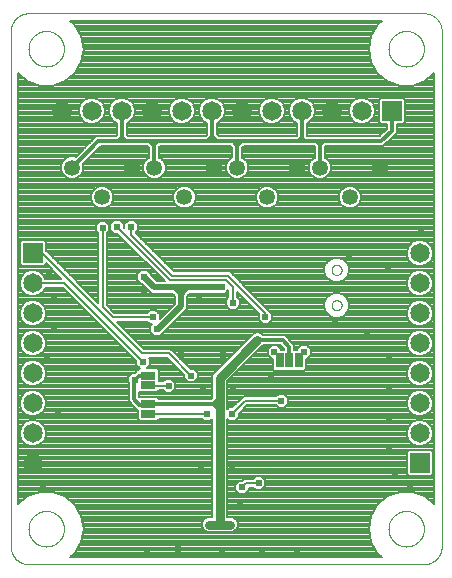
<source format=gbl>
G75*
%MOIN*%
%OFA0B0*%
%FSLAX25Y25*%
%IPPOS*%
%LPD*%
%AMOC8*
5,1,8,0,0,1.08239X$1,22.5*
%
%ADD10C,0.00000*%
%ADD11R,0.05315X0.05315*%
%ADD12C,0.05315*%
%ADD13R,0.06500X0.06500*%
%ADD14C,0.06500*%
%ADD15R,0.02500X0.05000*%
%ADD16R,0.05000X0.02500*%
%ADD17C,0.00800*%
%ADD18C,0.02400*%
%ADD19C,0.03000*%
%ADD20C,0.01200*%
%ADD21C,0.02000*%
D10*
X0007306Y0001900D02*
X0139117Y0001900D01*
X0139269Y0001902D01*
X0139421Y0001908D01*
X0139573Y0001918D01*
X0139724Y0001931D01*
X0139875Y0001949D01*
X0140026Y0001970D01*
X0140176Y0001996D01*
X0140325Y0002025D01*
X0140474Y0002058D01*
X0140621Y0002095D01*
X0140768Y0002135D01*
X0140913Y0002180D01*
X0141057Y0002228D01*
X0141200Y0002280D01*
X0141342Y0002335D01*
X0141482Y0002394D01*
X0141621Y0002457D01*
X0141758Y0002523D01*
X0141893Y0002593D01*
X0142026Y0002666D01*
X0142157Y0002743D01*
X0142287Y0002823D01*
X0142414Y0002906D01*
X0142539Y0002992D01*
X0142662Y0003082D01*
X0142782Y0003175D01*
X0142900Y0003271D01*
X0143016Y0003370D01*
X0143129Y0003472D01*
X0143239Y0003576D01*
X0143347Y0003684D01*
X0143451Y0003794D01*
X0143553Y0003907D01*
X0143652Y0004023D01*
X0143748Y0004141D01*
X0143841Y0004261D01*
X0143931Y0004384D01*
X0144017Y0004509D01*
X0144100Y0004636D01*
X0144180Y0004766D01*
X0144257Y0004897D01*
X0144330Y0005030D01*
X0144400Y0005165D01*
X0144466Y0005302D01*
X0144529Y0005441D01*
X0144588Y0005581D01*
X0144643Y0005723D01*
X0144695Y0005866D01*
X0144743Y0006010D01*
X0144788Y0006155D01*
X0144828Y0006302D01*
X0144865Y0006449D01*
X0144898Y0006598D01*
X0144927Y0006747D01*
X0144953Y0006897D01*
X0144974Y0007048D01*
X0144992Y0007199D01*
X0145005Y0007350D01*
X0145015Y0007502D01*
X0145021Y0007654D01*
X0145023Y0007806D01*
X0145022Y0007806D02*
X0145022Y0179617D01*
X0145023Y0179617D02*
X0145021Y0179769D01*
X0145015Y0179921D01*
X0145005Y0180073D01*
X0144992Y0180224D01*
X0144974Y0180375D01*
X0144953Y0180526D01*
X0144927Y0180676D01*
X0144898Y0180825D01*
X0144865Y0180974D01*
X0144828Y0181121D01*
X0144788Y0181268D01*
X0144743Y0181413D01*
X0144695Y0181557D01*
X0144643Y0181700D01*
X0144588Y0181842D01*
X0144529Y0181982D01*
X0144466Y0182121D01*
X0144400Y0182258D01*
X0144330Y0182393D01*
X0144257Y0182526D01*
X0144180Y0182657D01*
X0144100Y0182787D01*
X0144017Y0182914D01*
X0143931Y0183039D01*
X0143841Y0183162D01*
X0143748Y0183282D01*
X0143652Y0183400D01*
X0143553Y0183516D01*
X0143451Y0183629D01*
X0143347Y0183739D01*
X0143239Y0183847D01*
X0143129Y0183951D01*
X0143016Y0184053D01*
X0142900Y0184152D01*
X0142782Y0184248D01*
X0142662Y0184341D01*
X0142539Y0184431D01*
X0142414Y0184517D01*
X0142287Y0184600D01*
X0142157Y0184680D01*
X0142026Y0184757D01*
X0141893Y0184830D01*
X0141758Y0184900D01*
X0141621Y0184966D01*
X0141482Y0185029D01*
X0141342Y0185088D01*
X0141200Y0185143D01*
X0141057Y0185195D01*
X0140913Y0185243D01*
X0140768Y0185288D01*
X0140621Y0185328D01*
X0140474Y0185365D01*
X0140325Y0185398D01*
X0140176Y0185427D01*
X0140026Y0185453D01*
X0139875Y0185474D01*
X0139724Y0185492D01*
X0139573Y0185505D01*
X0139421Y0185515D01*
X0139269Y0185521D01*
X0139117Y0185523D01*
X0139117Y0185522D02*
X0007306Y0185522D01*
X0007306Y0185523D02*
X0007154Y0185521D01*
X0007002Y0185515D01*
X0006850Y0185505D01*
X0006699Y0185492D01*
X0006548Y0185474D01*
X0006397Y0185453D01*
X0006247Y0185427D01*
X0006098Y0185398D01*
X0005949Y0185365D01*
X0005802Y0185328D01*
X0005655Y0185288D01*
X0005510Y0185243D01*
X0005366Y0185195D01*
X0005223Y0185143D01*
X0005081Y0185088D01*
X0004941Y0185029D01*
X0004802Y0184966D01*
X0004665Y0184900D01*
X0004530Y0184830D01*
X0004397Y0184757D01*
X0004266Y0184680D01*
X0004136Y0184600D01*
X0004009Y0184517D01*
X0003884Y0184431D01*
X0003761Y0184341D01*
X0003641Y0184248D01*
X0003523Y0184152D01*
X0003407Y0184053D01*
X0003294Y0183951D01*
X0003184Y0183847D01*
X0003076Y0183739D01*
X0002972Y0183629D01*
X0002870Y0183516D01*
X0002771Y0183400D01*
X0002675Y0183282D01*
X0002582Y0183162D01*
X0002492Y0183039D01*
X0002406Y0182914D01*
X0002323Y0182787D01*
X0002243Y0182657D01*
X0002166Y0182526D01*
X0002093Y0182393D01*
X0002023Y0182258D01*
X0001957Y0182121D01*
X0001894Y0181982D01*
X0001835Y0181842D01*
X0001780Y0181700D01*
X0001728Y0181557D01*
X0001680Y0181413D01*
X0001635Y0181268D01*
X0001595Y0181121D01*
X0001558Y0180974D01*
X0001525Y0180825D01*
X0001496Y0180676D01*
X0001470Y0180526D01*
X0001449Y0180375D01*
X0001431Y0180224D01*
X0001418Y0180073D01*
X0001408Y0179921D01*
X0001402Y0179769D01*
X0001400Y0179617D01*
X0001400Y0007806D01*
X0001402Y0007654D01*
X0001408Y0007502D01*
X0001418Y0007350D01*
X0001431Y0007199D01*
X0001449Y0007048D01*
X0001470Y0006897D01*
X0001496Y0006747D01*
X0001525Y0006598D01*
X0001558Y0006449D01*
X0001595Y0006302D01*
X0001635Y0006155D01*
X0001680Y0006010D01*
X0001728Y0005866D01*
X0001780Y0005723D01*
X0001835Y0005581D01*
X0001894Y0005441D01*
X0001957Y0005302D01*
X0002023Y0005165D01*
X0002093Y0005030D01*
X0002166Y0004897D01*
X0002243Y0004766D01*
X0002323Y0004636D01*
X0002406Y0004509D01*
X0002492Y0004384D01*
X0002582Y0004261D01*
X0002675Y0004141D01*
X0002771Y0004023D01*
X0002870Y0003907D01*
X0002972Y0003794D01*
X0003076Y0003684D01*
X0003184Y0003576D01*
X0003294Y0003472D01*
X0003407Y0003370D01*
X0003523Y0003271D01*
X0003641Y0003175D01*
X0003761Y0003082D01*
X0003884Y0002992D01*
X0004009Y0002906D01*
X0004136Y0002823D01*
X0004266Y0002743D01*
X0004397Y0002666D01*
X0004530Y0002593D01*
X0004665Y0002523D01*
X0004802Y0002457D01*
X0004941Y0002394D01*
X0005081Y0002335D01*
X0005223Y0002280D01*
X0005366Y0002228D01*
X0005510Y0002180D01*
X0005655Y0002135D01*
X0005802Y0002095D01*
X0005949Y0002058D01*
X0006098Y0002025D01*
X0006247Y0001996D01*
X0006397Y0001970D01*
X0006548Y0001949D01*
X0006699Y0001931D01*
X0006850Y0001918D01*
X0007002Y0001908D01*
X0007154Y0001902D01*
X0007306Y0001900D01*
X0007305Y0013711D02*
X0007307Y0013864D01*
X0007313Y0014018D01*
X0007323Y0014171D01*
X0007337Y0014323D01*
X0007355Y0014476D01*
X0007377Y0014627D01*
X0007402Y0014778D01*
X0007432Y0014929D01*
X0007466Y0015079D01*
X0007503Y0015227D01*
X0007544Y0015375D01*
X0007589Y0015521D01*
X0007638Y0015667D01*
X0007691Y0015811D01*
X0007747Y0015953D01*
X0007807Y0016094D01*
X0007871Y0016234D01*
X0007938Y0016372D01*
X0008009Y0016508D01*
X0008084Y0016642D01*
X0008161Y0016774D01*
X0008243Y0016904D01*
X0008327Y0017032D01*
X0008415Y0017158D01*
X0008506Y0017281D01*
X0008600Y0017402D01*
X0008698Y0017520D01*
X0008798Y0017636D01*
X0008902Y0017749D01*
X0009008Y0017860D01*
X0009117Y0017968D01*
X0009229Y0018073D01*
X0009343Y0018174D01*
X0009461Y0018273D01*
X0009580Y0018369D01*
X0009702Y0018462D01*
X0009827Y0018551D01*
X0009954Y0018638D01*
X0010083Y0018720D01*
X0010214Y0018800D01*
X0010347Y0018876D01*
X0010482Y0018949D01*
X0010619Y0019018D01*
X0010758Y0019083D01*
X0010898Y0019145D01*
X0011040Y0019203D01*
X0011183Y0019258D01*
X0011328Y0019309D01*
X0011474Y0019356D01*
X0011621Y0019399D01*
X0011769Y0019438D01*
X0011918Y0019474D01*
X0012068Y0019505D01*
X0012219Y0019533D01*
X0012370Y0019557D01*
X0012523Y0019577D01*
X0012675Y0019593D01*
X0012828Y0019605D01*
X0012981Y0019613D01*
X0013134Y0019617D01*
X0013288Y0019617D01*
X0013441Y0019613D01*
X0013594Y0019605D01*
X0013747Y0019593D01*
X0013899Y0019577D01*
X0014052Y0019557D01*
X0014203Y0019533D01*
X0014354Y0019505D01*
X0014504Y0019474D01*
X0014653Y0019438D01*
X0014801Y0019399D01*
X0014948Y0019356D01*
X0015094Y0019309D01*
X0015239Y0019258D01*
X0015382Y0019203D01*
X0015524Y0019145D01*
X0015664Y0019083D01*
X0015803Y0019018D01*
X0015940Y0018949D01*
X0016075Y0018876D01*
X0016208Y0018800D01*
X0016339Y0018720D01*
X0016468Y0018638D01*
X0016595Y0018551D01*
X0016720Y0018462D01*
X0016842Y0018369D01*
X0016961Y0018273D01*
X0017079Y0018174D01*
X0017193Y0018073D01*
X0017305Y0017968D01*
X0017414Y0017860D01*
X0017520Y0017749D01*
X0017624Y0017636D01*
X0017724Y0017520D01*
X0017822Y0017402D01*
X0017916Y0017281D01*
X0018007Y0017158D01*
X0018095Y0017032D01*
X0018179Y0016904D01*
X0018261Y0016774D01*
X0018338Y0016642D01*
X0018413Y0016508D01*
X0018484Y0016372D01*
X0018551Y0016234D01*
X0018615Y0016094D01*
X0018675Y0015953D01*
X0018731Y0015811D01*
X0018784Y0015667D01*
X0018833Y0015521D01*
X0018878Y0015375D01*
X0018919Y0015227D01*
X0018956Y0015079D01*
X0018990Y0014929D01*
X0019020Y0014778D01*
X0019045Y0014627D01*
X0019067Y0014476D01*
X0019085Y0014323D01*
X0019099Y0014171D01*
X0019109Y0014018D01*
X0019115Y0013864D01*
X0019117Y0013711D01*
X0019115Y0013558D01*
X0019109Y0013404D01*
X0019099Y0013251D01*
X0019085Y0013099D01*
X0019067Y0012946D01*
X0019045Y0012795D01*
X0019020Y0012644D01*
X0018990Y0012493D01*
X0018956Y0012343D01*
X0018919Y0012195D01*
X0018878Y0012047D01*
X0018833Y0011901D01*
X0018784Y0011755D01*
X0018731Y0011611D01*
X0018675Y0011469D01*
X0018615Y0011328D01*
X0018551Y0011188D01*
X0018484Y0011050D01*
X0018413Y0010914D01*
X0018338Y0010780D01*
X0018261Y0010648D01*
X0018179Y0010518D01*
X0018095Y0010390D01*
X0018007Y0010264D01*
X0017916Y0010141D01*
X0017822Y0010020D01*
X0017724Y0009902D01*
X0017624Y0009786D01*
X0017520Y0009673D01*
X0017414Y0009562D01*
X0017305Y0009454D01*
X0017193Y0009349D01*
X0017079Y0009248D01*
X0016961Y0009149D01*
X0016842Y0009053D01*
X0016720Y0008960D01*
X0016595Y0008871D01*
X0016468Y0008784D01*
X0016339Y0008702D01*
X0016208Y0008622D01*
X0016075Y0008546D01*
X0015940Y0008473D01*
X0015803Y0008404D01*
X0015664Y0008339D01*
X0015524Y0008277D01*
X0015382Y0008219D01*
X0015239Y0008164D01*
X0015094Y0008113D01*
X0014948Y0008066D01*
X0014801Y0008023D01*
X0014653Y0007984D01*
X0014504Y0007948D01*
X0014354Y0007917D01*
X0014203Y0007889D01*
X0014052Y0007865D01*
X0013899Y0007845D01*
X0013747Y0007829D01*
X0013594Y0007817D01*
X0013441Y0007809D01*
X0013288Y0007805D01*
X0013134Y0007805D01*
X0012981Y0007809D01*
X0012828Y0007817D01*
X0012675Y0007829D01*
X0012523Y0007845D01*
X0012370Y0007865D01*
X0012219Y0007889D01*
X0012068Y0007917D01*
X0011918Y0007948D01*
X0011769Y0007984D01*
X0011621Y0008023D01*
X0011474Y0008066D01*
X0011328Y0008113D01*
X0011183Y0008164D01*
X0011040Y0008219D01*
X0010898Y0008277D01*
X0010758Y0008339D01*
X0010619Y0008404D01*
X0010482Y0008473D01*
X0010347Y0008546D01*
X0010214Y0008622D01*
X0010083Y0008702D01*
X0009954Y0008784D01*
X0009827Y0008871D01*
X0009702Y0008960D01*
X0009580Y0009053D01*
X0009461Y0009149D01*
X0009343Y0009248D01*
X0009229Y0009349D01*
X0009117Y0009454D01*
X0009008Y0009562D01*
X0008902Y0009673D01*
X0008798Y0009786D01*
X0008698Y0009902D01*
X0008600Y0010020D01*
X0008506Y0010141D01*
X0008415Y0010264D01*
X0008327Y0010390D01*
X0008243Y0010518D01*
X0008161Y0010648D01*
X0008084Y0010780D01*
X0008009Y0010914D01*
X0007938Y0011050D01*
X0007871Y0011188D01*
X0007807Y0011328D01*
X0007747Y0011469D01*
X0007691Y0011611D01*
X0007638Y0011755D01*
X0007589Y0011901D01*
X0007544Y0012047D01*
X0007503Y0012195D01*
X0007466Y0012343D01*
X0007432Y0012493D01*
X0007402Y0012644D01*
X0007377Y0012795D01*
X0007355Y0012946D01*
X0007337Y0013099D01*
X0007323Y0013251D01*
X0007313Y0013404D01*
X0007307Y0013558D01*
X0007305Y0013711D01*
X0108327Y0088194D02*
X0108329Y0088275D01*
X0108335Y0088357D01*
X0108345Y0088438D01*
X0108359Y0088518D01*
X0108376Y0088597D01*
X0108398Y0088676D01*
X0108423Y0088753D01*
X0108452Y0088830D01*
X0108485Y0088904D01*
X0108522Y0088977D01*
X0108561Y0089048D01*
X0108605Y0089117D01*
X0108651Y0089184D01*
X0108701Y0089248D01*
X0108754Y0089310D01*
X0108810Y0089370D01*
X0108868Y0089426D01*
X0108930Y0089480D01*
X0108994Y0089531D01*
X0109060Y0089578D01*
X0109128Y0089622D01*
X0109199Y0089663D01*
X0109271Y0089700D01*
X0109346Y0089734D01*
X0109421Y0089764D01*
X0109499Y0089790D01*
X0109577Y0089813D01*
X0109656Y0089831D01*
X0109736Y0089846D01*
X0109817Y0089857D01*
X0109898Y0089864D01*
X0109980Y0089867D01*
X0110061Y0089866D01*
X0110142Y0089861D01*
X0110223Y0089852D01*
X0110304Y0089839D01*
X0110384Y0089822D01*
X0110462Y0089802D01*
X0110540Y0089777D01*
X0110617Y0089749D01*
X0110692Y0089717D01*
X0110765Y0089682D01*
X0110836Y0089643D01*
X0110906Y0089600D01*
X0110973Y0089555D01*
X0111039Y0089506D01*
X0111101Y0089454D01*
X0111161Y0089398D01*
X0111218Y0089340D01*
X0111273Y0089280D01*
X0111324Y0089216D01*
X0111372Y0089151D01*
X0111417Y0089083D01*
X0111459Y0089013D01*
X0111497Y0088941D01*
X0111532Y0088867D01*
X0111563Y0088792D01*
X0111590Y0088715D01*
X0111613Y0088637D01*
X0111633Y0088558D01*
X0111649Y0088478D01*
X0111661Y0088397D01*
X0111669Y0088316D01*
X0111673Y0088235D01*
X0111673Y0088153D01*
X0111669Y0088072D01*
X0111661Y0087991D01*
X0111649Y0087910D01*
X0111633Y0087830D01*
X0111613Y0087751D01*
X0111590Y0087673D01*
X0111563Y0087596D01*
X0111532Y0087521D01*
X0111497Y0087447D01*
X0111459Y0087375D01*
X0111417Y0087305D01*
X0111372Y0087237D01*
X0111324Y0087172D01*
X0111273Y0087108D01*
X0111218Y0087048D01*
X0111161Y0086990D01*
X0111101Y0086934D01*
X0111039Y0086882D01*
X0110973Y0086833D01*
X0110906Y0086788D01*
X0110837Y0086745D01*
X0110765Y0086706D01*
X0110692Y0086671D01*
X0110617Y0086639D01*
X0110540Y0086611D01*
X0110462Y0086586D01*
X0110384Y0086566D01*
X0110304Y0086549D01*
X0110223Y0086536D01*
X0110142Y0086527D01*
X0110061Y0086522D01*
X0109980Y0086521D01*
X0109898Y0086524D01*
X0109817Y0086531D01*
X0109736Y0086542D01*
X0109656Y0086557D01*
X0109577Y0086575D01*
X0109499Y0086598D01*
X0109421Y0086624D01*
X0109346Y0086654D01*
X0109271Y0086688D01*
X0109199Y0086725D01*
X0109128Y0086766D01*
X0109060Y0086810D01*
X0108994Y0086857D01*
X0108930Y0086908D01*
X0108868Y0086962D01*
X0108810Y0087018D01*
X0108754Y0087078D01*
X0108701Y0087140D01*
X0108651Y0087204D01*
X0108605Y0087271D01*
X0108561Y0087340D01*
X0108522Y0087411D01*
X0108485Y0087484D01*
X0108452Y0087558D01*
X0108423Y0087635D01*
X0108398Y0087712D01*
X0108376Y0087791D01*
X0108359Y0087870D01*
X0108345Y0087950D01*
X0108335Y0088031D01*
X0108329Y0088113D01*
X0108327Y0088194D01*
X0108327Y0100006D02*
X0108329Y0100087D01*
X0108335Y0100169D01*
X0108345Y0100250D01*
X0108359Y0100330D01*
X0108376Y0100409D01*
X0108398Y0100488D01*
X0108423Y0100565D01*
X0108452Y0100642D01*
X0108485Y0100716D01*
X0108522Y0100789D01*
X0108561Y0100860D01*
X0108605Y0100929D01*
X0108651Y0100996D01*
X0108701Y0101060D01*
X0108754Y0101122D01*
X0108810Y0101182D01*
X0108868Y0101238D01*
X0108930Y0101292D01*
X0108994Y0101343D01*
X0109060Y0101390D01*
X0109128Y0101434D01*
X0109199Y0101475D01*
X0109271Y0101512D01*
X0109346Y0101546D01*
X0109421Y0101576D01*
X0109499Y0101602D01*
X0109577Y0101625D01*
X0109656Y0101643D01*
X0109736Y0101658D01*
X0109817Y0101669D01*
X0109898Y0101676D01*
X0109980Y0101679D01*
X0110061Y0101678D01*
X0110142Y0101673D01*
X0110223Y0101664D01*
X0110304Y0101651D01*
X0110384Y0101634D01*
X0110462Y0101614D01*
X0110540Y0101589D01*
X0110617Y0101561D01*
X0110692Y0101529D01*
X0110765Y0101494D01*
X0110836Y0101455D01*
X0110906Y0101412D01*
X0110973Y0101367D01*
X0111039Y0101318D01*
X0111101Y0101266D01*
X0111161Y0101210D01*
X0111218Y0101152D01*
X0111273Y0101092D01*
X0111324Y0101028D01*
X0111372Y0100963D01*
X0111417Y0100895D01*
X0111459Y0100825D01*
X0111497Y0100753D01*
X0111532Y0100679D01*
X0111563Y0100604D01*
X0111590Y0100527D01*
X0111613Y0100449D01*
X0111633Y0100370D01*
X0111649Y0100290D01*
X0111661Y0100209D01*
X0111669Y0100128D01*
X0111673Y0100047D01*
X0111673Y0099965D01*
X0111669Y0099884D01*
X0111661Y0099803D01*
X0111649Y0099722D01*
X0111633Y0099642D01*
X0111613Y0099563D01*
X0111590Y0099485D01*
X0111563Y0099408D01*
X0111532Y0099333D01*
X0111497Y0099259D01*
X0111459Y0099187D01*
X0111417Y0099117D01*
X0111372Y0099049D01*
X0111324Y0098984D01*
X0111273Y0098920D01*
X0111218Y0098860D01*
X0111161Y0098802D01*
X0111101Y0098746D01*
X0111039Y0098694D01*
X0110973Y0098645D01*
X0110906Y0098600D01*
X0110837Y0098557D01*
X0110765Y0098518D01*
X0110692Y0098483D01*
X0110617Y0098451D01*
X0110540Y0098423D01*
X0110462Y0098398D01*
X0110384Y0098378D01*
X0110304Y0098361D01*
X0110223Y0098348D01*
X0110142Y0098339D01*
X0110061Y0098334D01*
X0109980Y0098333D01*
X0109898Y0098336D01*
X0109817Y0098343D01*
X0109736Y0098354D01*
X0109656Y0098369D01*
X0109577Y0098387D01*
X0109499Y0098410D01*
X0109421Y0098436D01*
X0109346Y0098466D01*
X0109271Y0098500D01*
X0109199Y0098537D01*
X0109128Y0098578D01*
X0109060Y0098622D01*
X0108994Y0098669D01*
X0108930Y0098720D01*
X0108868Y0098774D01*
X0108810Y0098830D01*
X0108754Y0098890D01*
X0108701Y0098952D01*
X0108651Y0099016D01*
X0108605Y0099083D01*
X0108561Y0099152D01*
X0108522Y0099223D01*
X0108485Y0099296D01*
X0108452Y0099370D01*
X0108423Y0099447D01*
X0108398Y0099524D01*
X0108376Y0099603D01*
X0108359Y0099682D01*
X0108345Y0099762D01*
X0108335Y0099843D01*
X0108329Y0099925D01*
X0108327Y0100006D01*
X0127305Y0173711D02*
X0127307Y0173864D01*
X0127313Y0174018D01*
X0127323Y0174171D01*
X0127337Y0174323D01*
X0127355Y0174476D01*
X0127377Y0174627D01*
X0127402Y0174778D01*
X0127432Y0174929D01*
X0127466Y0175079D01*
X0127503Y0175227D01*
X0127544Y0175375D01*
X0127589Y0175521D01*
X0127638Y0175667D01*
X0127691Y0175811D01*
X0127747Y0175953D01*
X0127807Y0176094D01*
X0127871Y0176234D01*
X0127938Y0176372D01*
X0128009Y0176508D01*
X0128084Y0176642D01*
X0128161Y0176774D01*
X0128243Y0176904D01*
X0128327Y0177032D01*
X0128415Y0177158D01*
X0128506Y0177281D01*
X0128600Y0177402D01*
X0128698Y0177520D01*
X0128798Y0177636D01*
X0128902Y0177749D01*
X0129008Y0177860D01*
X0129117Y0177968D01*
X0129229Y0178073D01*
X0129343Y0178174D01*
X0129461Y0178273D01*
X0129580Y0178369D01*
X0129702Y0178462D01*
X0129827Y0178551D01*
X0129954Y0178638D01*
X0130083Y0178720D01*
X0130214Y0178800D01*
X0130347Y0178876D01*
X0130482Y0178949D01*
X0130619Y0179018D01*
X0130758Y0179083D01*
X0130898Y0179145D01*
X0131040Y0179203D01*
X0131183Y0179258D01*
X0131328Y0179309D01*
X0131474Y0179356D01*
X0131621Y0179399D01*
X0131769Y0179438D01*
X0131918Y0179474D01*
X0132068Y0179505D01*
X0132219Y0179533D01*
X0132370Y0179557D01*
X0132523Y0179577D01*
X0132675Y0179593D01*
X0132828Y0179605D01*
X0132981Y0179613D01*
X0133134Y0179617D01*
X0133288Y0179617D01*
X0133441Y0179613D01*
X0133594Y0179605D01*
X0133747Y0179593D01*
X0133899Y0179577D01*
X0134052Y0179557D01*
X0134203Y0179533D01*
X0134354Y0179505D01*
X0134504Y0179474D01*
X0134653Y0179438D01*
X0134801Y0179399D01*
X0134948Y0179356D01*
X0135094Y0179309D01*
X0135239Y0179258D01*
X0135382Y0179203D01*
X0135524Y0179145D01*
X0135664Y0179083D01*
X0135803Y0179018D01*
X0135940Y0178949D01*
X0136075Y0178876D01*
X0136208Y0178800D01*
X0136339Y0178720D01*
X0136468Y0178638D01*
X0136595Y0178551D01*
X0136720Y0178462D01*
X0136842Y0178369D01*
X0136961Y0178273D01*
X0137079Y0178174D01*
X0137193Y0178073D01*
X0137305Y0177968D01*
X0137414Y0177860D01*
X0137520Y0177749D01*
X0137624Y0177636D01*
X0137724Y0177520D01*
X0137822Y0177402D01*
X0137916Y0177281D01*
X0138007Y0177158D01*
X0138095Y0177032D01*
X0138179Y0176904D01*
X0138261Y0176774D01*
X0138338Y0176642D01*
X0138413Y0176508D01*
X0138484Y0176372D01*
X0138551Y0176234D01*
X0138615Y0176094D01*
X0138675Y0175953D01*
X0138731Y0175811D01*
X0138784Y0175667D01*
X0138833Y0175521D01*
X0138878Y0175375D01*
X0138919Y0175227D01*
X0138956Y0175079D01*
X0138990Y0174929D01*
X0139020Y0174778D01*
X0139045Y0174627D01*
X0139067Y0174476D01*
X0139085Y0174323D01*
X0139099Y0174171D01*
X0139109Y0174018D01*
X0139115Y0173864D01*
X0139117Y0173711D01*
X0139115Y0173558D01*
X0139109Y0173404D01*
X0139099Y0173251D01*
X0139085Y0173099D01*
X0139067Y0172946D01*
X0139045Y0172795D01*
X0139020Y0172644D01*
X0138990Y0172493D01*
X0138956Y0172343D01*
X0138919Y0172195D01*
X0138878Y0172047D01*
X0138833Y0171901D01*
X0138784Y0171755D01*
X0138731Y0171611D01*
X0138675Y0171469D01*
X0138615Y0171328D01*
X0138551Y0171188D01*
X0138484Y0171050D01*
X0138413Y0170914D01*
X0138338Y0170780D01*
X0138261Y0170648D01*
X0138179Y0170518D01*
X0138095Y0170390D01*
X0138007Y0170264D01*
X0137916Y0170141D01*
X0137822Y0170020D01*
X0137724Y0169902D01*
X0137624Y0169786D01*
X0137520Y0169673D01*
X0137414Y0169562D01*
X0137305Y0169454D01*
X0137193Y0169349D01*
X0137079Y0169248D01*
X0136961Y0169149D01*
X0136842Y0169053D01*
X0136720Y0168960D01*
X0136595Y0168871D01*
X0136468Y0168784D01*
X0136339Y0168702D01*
X0136208Y0168622D01*
X0136075Y0168546D01*
X0135940Y0168473D01*
X0135803Y0168404D01*
X0135664Y0168339D01*
X0135524Y0168277D01*
X0135382Y0168219D01*
X0135239Y0168164D01*
X0135094Y0168113D01*
X0134948Y0168066D01*
X0134801Y0168023D01*
X0134653Y0167984D01*
X0134504Y0167948D01*
X0134354Y0167917D01*
X0134203Y0167889D01*
X0134052Y0167865D01*
X0133899Y0167845D01*
X0133747Y0167829D01*
X0133594Y0167817D01*
X0133441Y0167809D01*
X0133288Y0167805D01*
X0133134Y0167805D01*
X0132981Y0167809D01*
X0132828Y0167817D01*
X0132675Y0167829D01*
X0132523Y0167845D01*
X0132370Y0167865D01*
X0132219Y0167889D01*
X0132068Y0167917D01*
X0131918Y0167948D01*
X0131769Y0167984D01*
X0131621Y0168023D01*
X0131474Y0168066D01*
X0131328Y0168113D01*
X0131183Y0168164D01*
X0131040Y0168219D01*
X0130898Y0168277D01*
X0130758Y0168339D01*
X0130619Y0168404D01*
X0130482Y0168473D01*
X0130347Y0168546D01*
X0130214Y0168622D01*
X0130083Y0168702D01*
X0129954Y0168784D01*
X0129827Y0168871D01*
X0129702Y0168960D01*
X0129580Y0169053D01*
X0129461Y0169149D01*
X0129343Y0169248D01*
X0129229Y0169349D01*
X0129117Y0169454D01*
X0129008Y0169562D01*
X0128902Y0169673D01*
X0128798Y0169786D01*
X0128698Y0169902D01*
X0128600Y0170020D01*
X0128506Y0170141D01*
X0128415Y0170264D01*
X0128327Y0170390D01*
X0128243Y0170518D01*
X0128161Y0170648D01*
X0128084Y0170780D01*
X0128009Y0170914D01*
X0127938Y0171050D01*
X0127871Y0171188D01*
X0127807Y0171328D01*
X0127747Y0171469D01*
X0127691Y0171611D01*
X0127638Y0171755D01*
X0127589Y0171901D01*
X0127544Y0172047D01*
X0127503Y0172195D01*
X0127466Y0172343D01*
X0127432Y0172493D01*
X0127402Y0172644D01*
X0127377Y0172795D01*
X0127355Y0172946D01*
X0127337Y0173099D01*
X0127323Y0173251D01*
X0127313Y0173404D01*
X0127307Y0173558D01*
X0127305Y0173711D01*
X0007305Y0173711D02*
X0007307Y0173864D01*
X0007313Y0174018D01*
X0007323Y0174171D01*
X0007337Y0174323D01*
X0007355Y0174476D01*
X0007377Y0174627D01*
X0007402Y0174778D01*
X0007432Y0174929D01*
X0007466Y0175079D01*
X0007503Y0175227D01*
X0007544Y0175375D01*
X0007589Y0175521D01*
X0007638Y0175667D01*
X0007691Y0175811D01*
X0007747Y0175953D01*
X0007807Y0176094D01*
X0007871Y0176234D01*
X0007938Y0176372D01*
X0008009Y0176508D01*
X0008084Y0176642D01*
X0008161Y0176774D01*
X0008243Y0176904D01*
X0008327Y0177032D01*
X0008415Y0177158D01*
X0008506Y0177281D01*
X0008600Y0177402D01*
X0008698Y0177520D01*
X0008798Y0177636D01*
X0008902Y0177749D01*
X0009008Y0177860D01*
X0009117Y0177968D01*
X0009229Y0178073D01*
X0009343Y0178174D01*
X0009461Y0178273D01*
X0009580Y0178369D01*
X0009702Y0178462D01*
X0009827Y0178551D01*
X0009954Y0178638D01*
X0010083Y0178720D01*
X0010214Y0178800D01*
X0010347Y0178876D01*
X0010482Y0178949D01*
X0010619Y0179018D01*
X0010758Y0179083D01*
X0010898Y0179145D01*
X0011040Y0179203D01*
X0011183Y0179258D01*
X0011328Y0179309D01*
X0011474Y0179356D01*
X0011621Y0179399D01*
X0011769Y0179438D01*
X0011918Y0179474D01*
X0012068Y0179505D01*
X0012219Y0179533D01*
X0012370Y0179557D01*
X0012523Y0179577D01*
X0012675Y0179593D01*
X0012828Y0179605D01*
X0012981Y0179613D01*
X0013134Y0179617D01*
X0013288Y0179617D01*
X0013441Y0179613D01*
X0013594Y0179605D01*
X0013747Y0179593D01*
X0013899Y0179577D01*
X0014052Y0179557D01*
X0014203Y0179533D01*
X0014354Y0179505D01*
X0014504Y0179474D01*
X0014653Y0179438D01*
X0014801Y0179399D01*
X0014948Y0179356D01*
X0015094Y0179309D01*
X0015239Y0179258D01*
X0015382Y0179203D01*
X0015524Y0179145D01*
X0015664Y0179083D01*
X0015803Y0179018D01*
X0015940Y0178949D01*
X0016075Y0178876D01*
X0016208Y0178800D01*
X0016339Y0178720D01*
X0016468Y0178638D01*
X0016595Y0178551D01*
X0016720Y0178462D01*
X0016842Y0178369D01*
X0016961Y0178273D01*
X0017079Y0178174D01*
X0017193Y0178073D01*
X0017305Y0177968D01*
X0017414Y0177860D01*
X0017520Y0177749D01*
X0017624Y0177636D01*
X0017724Y0177520D01*
X0017822Y0177402D01*
X0017916Y0177281D01*
X0018007Y0177158D01*
X0018095Y0177032D01*
X0018179Y0176904D01*
X0018261Y0176774D01*
X0018338Y0176642D01*
X0018413Y0176508D01*
X0018484Y0176372D01*
X0018551Y0176234D01*
X0018615Y0176094D01*
X0018675Y0175953D01*
X0018731Y0175811D01*
X0018784Y0175667D01*
X0018833Y0175521D01*
X0018878Y0175375D01*
X0018919Y0175227D01*
X0018956Y0175079D01*
X0018990Y0174929D01*
X0019020Y0174778D01*
X0019045Y0174627D01*
X0019067Y0174476D01*
X0019085Y0174323D01*
X0019099Y0174171D01*
X0019109Y0174018D01*
X0019115Y0173864D01*
X0019117Y0173711D01*
X0019115Y0173558D01*
X0019109Y0173404D01*
X0019099Y0173251D01*
X0019085Y0173099D01*
X0019067Y0172946D01*
X0019045Y0172795D01*
X0019020Y0172644D01*
X0018990Y0172493D01*
X0018956Y0172343D01*
X0018919Y0172195D01*
X0018878Y0172047D01*
X0018833Y0171901D01*
X0018784Y0171755D01*
X0018731Y0171611D01*
X0018675Y0171469D01*
X0018615Y0171328D01*
X0018551Y0171188D01*
X0018484Y0171050D01*
X0018413Y0170914D01*
X0018338Y0170780D01*
X0018261Y0170648D01*
X0018179Y0170518D01*
X0018095Y0170390D01*
X0018007Y0170264D01*
X0017916Y0170141D01*
X0017822Y0170020D01*
X0017724Y0169902D01*
X0017624Y0169786D01*
X0017520Y0169673D01*
X0017414Y0169562D01*
X0017305Y0169454D01*
X0017193Y0169349D01*
X0017079Y0169248D01*
X0016961Y0169149D01*
X0016842Y0169053D01*
X0016720Y0168960D01*
X0016595Y0168871D01*
X0016468Y0168784D01*
X0016339Y0168702D01*
X0016208Y0168622D01*
X0016075Y0168546D01*
X0015940Y0168473D01*
X0015803Y0168404D01*
X0015664Y0168339D01*
X0015524Y0168277D01*
X0015382Y0168219D01*
X0015239Y0168164D01*
X0015094Y0168113D01*
X0014948Y0168066D01*
X0014801Y0168023D01*
X0014653Y0167984D01*
X0014504Y0167948D01*
X0014354Y0167917D01*
X0014203Y0167889D01*
X0014052Y0167865D01*
X0013899Y0167845D01*
X0013747Y0167829D01*
X0013594Y0167817D01*
X0013441Y0167809D01*
X0013288Y0167805D01*
X0013134Y0167805D01*
X0012981Y0167809D01*
X0012828Y0167817D01*
X0012675Y0167829D01*
X0012523Y0167845D01*
X0012370Y0167865D01*
X0012219Y0167889D01*
X0012068Y0167917D01*
X0011918Y0167948D01*
X0011769Y0167984D01*
X0011621Y0168023D01*
X0011474Y0168066D01*
X0011328Y0168113D01*
X0011183Y0168164D01*
X0011040Y0168219D01*
X0010898Y0168277D01*
X0010758Y0168339D01*
X0010619Y0168404D01*
X0010482Y0168473D01*
X0010347Y0168546D01*
X0010214Y0168622D01*
X0010083Y0168702D01*
X0009954Y0168784D01*
X0009827Y0168871D01*
X0009702Y0168960D01*
X0009580Y0169053D01*
X0009461Y0169149D01*
X0009343Y0169248D01*
X0009229Y0169349D01*
X0009117Y0169454D01*
X0009008Y0169562D01*
X0008902Y0169673D01*
X0008798Y0169786D01*
X0008698Y0169902D01*
X0008600Y0170020D01*
X0008506Y0170141D01*
X0008415Y0170264D01*
X0008327Y0170390D01*
X0008243Y0170518D01*
X0008161Y0170648D01*
X0008084Y0170780D01*
X0008009Y0170914D01*
X0007938Y0171050D01*
X0007871Y0171188D01*
X0007807Y0171328D01*
X0007747Y0171469D01*
X0007691Y0171611D01*
X0007638Y0171755D01*
X0007589Y0171901D01*
X0007544Y0172047D01*
X0007503Y0172195D01*
X0007466Y0172343D01*
X0007432Y0172493D01*
X0007402Y0172644D01*
X0007377Y0172795D01*
X0007355Y0172946D01*
X0007337Y0173099D01*
X0007323Y0173251D01*
X0007313Y0173404D01*
X0007307Y0173558D01*
X0007305Y0173711D01*
X0127305Y0013711D02*
X0127307Y0013864D01*
X0127313Y0014018D01*
X0127323Y0014171D01*
X0127337Y0014323D01*
X0127355Y0014476D01*
X0127377Y0014627D01*
X0127402Y0014778D01*
X0127432Y0014929D01*
X0127466Y0015079D01*
X0127503Y0015227D01*
X0127544Y0015375D01*
X0127589Y0015521D01*
X0127638Y0015667D01*
X0127691Y0015811D01*
X0127747Y0015953D01*
X0127807Y0016094D01*
X0127871Y0016234D01*
X0127938Y0016372D01*
X0128009Y0016508D01*
X0128084Y0016642D01*
X0128161Y0016774D01*
X0128243Y0016904D01*
X0128327Y0017032D01*
X0128415Y0017158D01*
X0128506Y0017281D01*
X0128600Y0017402D01*
X0128698Y0017520D01*
X0128798Y0017636D01*
X0128902Y0017749D01*
X0129008Y0017860D01*
X0129117Y0017968D01*
X0129229Y0018073D01*
X0129343Y0018174D01*
X0129461Y0018273D01*
X0129580Y0018369D01*
X0129702Y0018462D01*
X0129827Y0018551D01*
X0129954Y0018638D01*
X0130083Y0018720D01*
X0130214Y0018800D01*
X0130347Y0018876D01*
X0130482Y0018949D01*
X0130619Y0019018D01*
X0130758Y0019083D01*
X0130898Y0019145D01*
X0131040Y0019203D01*
X0131183Y0019258D01*
X0131328Y0019309D01*
X0131474Y0019356D01*
X0131621Y0019399D01*
X0131769Y0019438D01*
X0131918Y0019474D01*
X0132068Y0019505D01*
X0132219Y0019533D01*
X0132370Y0019557D01*
X0132523Y0019577D01*
X0132675Y0019593D01*
X0132828Y0019605D01*
X0132981Y0019613D01*
X0133134Y0019617D01*
X0133288Y0019617D01*
X0133441Y0019613D01*
X0133594Y0019605D01*
X0133747Y0019593D01*
X0133899Y0019577D01*
X0134052Y0019557D01*
X0134203Y0019533D01*
X0134354Y0019505D01*
X0134504Y0019474D01*
X0134653Y0019438D01*
X0134801Y0019399D01*
X0134948Y0019356D01*
X0135094Y0019309D01*
X0135239Y0019258D01*
X0135382Y0019203D01*
X0135524Y0019145D01*
X0135664Y0019083D01*
X0135803Y0019018D01*
X0135940Y0018949D01*
X0136075Y0018876D01*
X0136208Y0018800D01*
X0136339Y0018720D01*
X0136468Y0018638D01*
X0136595Y0018551D01*
X0136720Y0018462D01*
X0136842Y0018369D01*
X0136961Y0018273D01*
X0137079Y0018174D01*
X0137193Y0018073D01*
X0137305Y0017968D01*
X0137414Y0017860D01*
X0137520Y0017749D01*
X0137624Y0017636D01*
X0137724Y0017520D01*
X0137822Y0017402D01*
X0137916Y0017281D01*
X0138007Y0017158D01*
X0138095Y0017032D01*
X0138179Y0016904D01*
X0138261Y0016774D01*
X0138338Y0016642D01*
X0138413Y0016508D01*
X0138484Y0016372D01*
X0138551Y0016234D01*
X0138615Y0016094D01*
X0138675Y0015953D01*
X0138731Y0015811D01*
X0138784Y0015667D01*
X0138833Y0015521D01*
X0138878Y0015375D01*
X0138919Y0015227D01*
X0138956Y0015079D01*
X0138990Y0014929D01*
X0139020Y0014778D01*
X0139045Y0014627D01*
X0139067Y0014476D01*
X0139085Y0014323D01*
X0139099Y0014171D01*
X0139109Y0014018D01*
X0139115Y0013864D01*
X0139117Y0013711D01*
X0139115Y0013558D01*
X0139109Y0013404D01*
X0139099Y0013251D01*
X0139085Y0013099D01*
X0139067Y0012946D01*
X0139045Y0012795D01*
X0139020Y0012644D01*
X0138990Y0012493D01*
X0138956Y0012343D01*
X0138919Y0012195D01*
X0138878Y0012047D01*
X0138833Y0011901D01*
X0138784Y0011755D01*
X0138731Y0011611D01*
X0138675Y0011469D01*
X0138615Y0011328D01*
X0138551Y0011188D01*
X0138484Y0011050D01*
X0138413Y0010914D01*
X0138338Y0010780D01*
X0138261Y0010648D01*
X0138179Y0010518D01*
X0138095Y0010390D01*
X0138007Y0010264D01*
X0137916Y0010141D01*
X0137822Y0010020D01*
X0137724Y0009902D01*
X0137624Y0009786D01*
X0137520Y0009673D01*
X0137414Y0009562D01*
X0137305Y0009454D01*
X0137193Y0009349D01*
X0137079Y0009248D01*
X0136961Y0009149D01*
X0136842Y0009053D01*
X0136720Y0008960D01*
X0136595Y0008871D01*
X0136468Y0008784D01*
X0136339Y0008702D01*
X0136208Y0008622D01*
X0136075Y0008546D01*
X0135940Y0008473D01*
X0135803Y0008404D01*
X0135664Y0008339D01*
X0135524Y0008277D01*
X0135382Y0008219D01*
X0135239Y0008164D01*
X0135094Y0008113D01*
X0134948Y0008066D01*
X0134801Y0008023D01*
X0134653Y0007984D01*
X0134504Y0007948D01*
X0134354Y0007917D01*
X0134203Y0007889D01*
X0134052Y0007865D01*
X0133899Y0007845D01*
X0133747Y0007829D01*
X0133594Y0007817D01*
X0133441Y0007809D01*
X0133288Y0007805D01*
X0133134Y0007805D01*
X0132981Y0007809D01*
X0132828Y0007817D01*
X0132675Y0007829D01*
X0132523Y0007845D01*
X0132370Y0007865D01*
X0132219Y0007889D01*
X0132068Y0007917D01*
X0131918Y0007948D01*
X0131769Y0007984D01*
X0131621Y0008023D01*
X0131474Y0008066D01*
X0131328Y0008113D01*
X0131183Y0008164D01*
X0131040Y0008219D01*
X0130898Y0008277D01*
X0130758Y0008339D01*
X0130619Y0008404D01*
X0130482Y0008473D01*
X0130347Y0008546D01*
X0130214Y0008622D01*
X0130083Y0008702D01*
X0129954Y0008784D01*
X0129827Y0008871D01*
X0129702Y0008960D01*
X0129580Y0009053D01*
X0129461Y0009149D01*
X0129343Y0009248D01*
X0129229Y0009349D01*
X0129117Y0009454D01*
X0129008Y0009562D01*
X0128902Y0009673D01*
X0128798Y0009786D01*
X0128698Y0009902D01*
X0128600Y0010020D01*
X0128506Y0010141D01*
X0128415Y0010264D01*
X0128327Y0010390D01*
X0128243Y0010518D01*
X0128161Y0010648D01*
X0128084Y0010780D01*
X0128009Y0010914D01*
X0127938Y0011050D01*
X0127871Y0011188D01*
X0127807Y0011328D01*
X0127747Y0011469D01*
X0127691Y0011611D01*
X0127638Y0011755D01*
X0127589Y0011901D01*
X0127544Y0012047D01*
X0127503Y0012195D01*
X0127466Y0012343D01*
X0127432Y0012493D01*
X0127402Y0012644D01*
X0127377Y0012795D01*
X0127355Y0012946D01*
X0127337Y0013099D01*
X0127323Y0013251D01*
X0127313Y0013404D01*
X0127307Y0013558D01*
X0127305Y0013711D01*
D11*
X0124437Y0134110D03*
X0096837Y0134110D03*
X0069237Y0134110D03*
X0041837Y0134110D03*
D12*
X0049237Y0134110D03*
X0059237Y0124268D03*
X0076837Y0134110D03*
X0086837Y0124268D03*
X0104437Y0134110D03*
X0114437Y0124268D03*
X0031837Y0124268D03*
X0021837Y0134110D03*
D13*
X0008700Y0105600D03*
X0128400Y0153100D03*
X0137722Y0035600D03*
D14*
X0137722Y0045600D03*
X0137722Y0055600D03*
X0137722Y0065600D03*
X0137722Y0075600D03*
X0137722Y0085600D03*
X0137722Y0095600D03*
X0137722Y0105600D03*
X0118400Y0153100D03*
X0108400Y0153100D03*
X0098400Y0153100D03*
X0088400Y0153100D03*
X0078400Y0153100D03*
X0068400Y0153100D03*
X0058400Y0153100D03*
X0048400Y0153100D03*
X0038400Y0153100D03*
X0028400Y0153100D03*
X0018400Y0153100D03*
X0008700Y0095600D03*
X0008700Y0085600D03*
X0008700Y0075600D03*
X0008700Y0065600D03*
X0008700Y0055600D03*
X0008700Y0045600D03*
X0008700Y0035600D03*
D15*
X0091000Y0069837D03*
X0094200Y0069837D03*
X0097400Y0069837D03*
D16*
X0047263Y0064800D03*
X0047263Y0061600D03*
X0047300Y0055163D03*
X0047300Y0051963D03*
D17*
X0047563Y0051900D01*
X0066800Y0051900D01*
X0068400Y0050247D02*
X0068400Y0017700D01*
X0067083Y0017700D01*
X0066127Y0017304D01*
X0065396Y0016573D01*
X0065000Y0015617D01*
X0065000Y0014583D01*
X0065396Y0013627D01*
X0066127Y0012896D01*
X0067083Y0012500D01*
X0075017Y0012500D01*
X0075973Y0012896D01*
X0076704Y0013627D01*
X0077100Y0014583D01*
X0077100Y0015617D01*
X0076704Y0016573D01*
X0075973Y0017304D01*
X0075017Y0017700D01*
X0073600Y0017700D01*
X0073600Y0050147D01*
X0074147Y0049600D01*
X0076053Y0049600D01*
X0077400Y0050947D01*
X0077400Y0052079D01*
X0080221Y0054900D01*
X0089847Y0054900D01*
X0090647Y0054100D01*
X0092553Y0054100D01*
X0093900Y0055447D01*
X0093900Y0057353D01*
X0092553Y0058700D01*
X0090647Y0058700D01*
X0089847Y0057900D01*
X0078979Y0057900D01*
X0078100Y0057021D01*
X0075279Y0054200D01*
X0074147Y0054200D01*
X0073600Y0053653D01*
X0073600Y0062923D01*
X0085577Y0074900D01*
X0091296Y0074900D01*
X0092500Y0073696D01*
X0092500Y0073437D01*
X0091600Y0073437D01*
X0091600Y0073553D01*
X0090253Y0074900D01*
X0088347Y0074900D01*
X0087000Y0073553D01*
X0087000Y0071647D01*
X0088347Y0070300D01*
X0088650Y0070300D01*
X0088650Y0066881D01*
X0089294Y0066237D01*
X0099106Y0066237D01*
X0099750Y0066881D01*
X0099750Y0070400D01*
X0100053Y0070400D01*
X0101400Y0071747D01*
X0101400Y0073653D01*
X0100053Y0075000D01*
X0098147Y0075000D01*
X0096800Y0073653D01*
X0096800Y0073437D01*
X0095900Y0073437D01*
X0095900Y0075104D01*
X0094904Y0076100D01*
X0092704Y0078300D01*
X0085577Y0078300D01*
X0085073Y0078804D01*
X0084117Y0079200D01*
X0083083Y0079200D01*
X0082127Y0078804D01*
X0068796Y0065473D01*
X0068400Y0064517D01*
X0068400Y0057204D01*
X0068059Y0056863D01*
X0050900Y0056863D01*
X0050900Y0056869D01*
X0050256Y0057513D01*
X0044344Y0057513D01*
X0044318Y0057486D01*
X0044100Y0057704D01*
X0044100Y0059457D01*
X0044307Y0059250D01*
X0050219Y0059250D01*
X0050863Y0059894D01*
X0050863Y0059900D01*
X0052247Y0059900D01*
X0053047Y0059100D01*
X0054953Y0059100D01*
X0056300Y0060447D01*
X0056300Y0062353D01*
X0054953Y0063700D01*
X0053047Y0063700D01*
X0052247Y0062900D01*
X0050863Y0062900D01*
X0050863Y0066506D01*
X0050219Y0067150D01*
X0046703Y0067150D01*
X0047900Y0068347D01*
X0047900Y0070253D01*
X0047353Y0070800D01*
X0053379Y0070800D01*
X0059200Y0064979D01*
X0059200Y0063847D01*
X0060547Y0062500D01*
X0062453Y0062500D01*
X0063800Y0063847D01*
X0063800Y0065753D01*
X0062453Y0067100D01*
X0061321Y0067100D01*
X0055500Y0072921D01*
X0054621Y0073800D01*
X0045821Y0073800D01*
X0036827Y0082794D01*
X0046947Y0082794D01*
X0047747Y0081994D01*
X0048542Y0081994D01*
X0047800Y0081253D01*
X0047800Y0079347D01*
X0049147Y0078000D01*
X0051053Y0078000D01*
X0051253Y0078200D01*
X0051370Y0078200D01*
X0058970Y0085800D01*
X0060200Y0087030D01*
X0060200Y0091230D01*
X0061070Y0092100D01*
X0070547Y0092100D01*
X0070747Y0091900D01*
X0072653Y0091900D01*
X0073900Y0093147D01*
X0073900Y0090853D01*
X0073100Y0090053D01*
X0073100Y0088147D01*
X0074447Y0086800D01*
X0076353Y0086800D01*
X0077700Y0088147D01*
X0077700Y0090053D01*
X0076900Y0090853D01*
X0076900Y0092779D01*
X0084216Y0085463D01*
X0084000Y0085247D01*
X0084000Y0083342D01*
X0085347Y0081994D01*
X0087253Y0081994D01*
X0088600Y0083342D01*
X0088600Y0085247D01*
X0087800Y0086047D01*
X0087800Y0086121D01*
X0079200Y0094721D01*
X0079200Y0094743D01*
X0078321Y0095621D01*
X0074343Y0099600D01*
X0055743Y0099600D01*
X0043100Y0112243D01*
X0043100Y0112547D01*
X0043900Y0113347D01*
X0043900Y0115253D01*
X0042553Y0116600D01*
X0040647Y0116600D01*
X0039300Y0115253D01*
X0039300Y0113921D01*
X0039000Y0114221D01*
X0039000Y0115353D01*
X0037653Y0116700D01*
X0035747Y0116700D01*
X0034400Y0115353D01*
X0034400Y0113447D01*
X0035747Y0112100D01*
X0036879Y0112100D01*
X0052679Y0096300D01*
X0050070Y0096300D01*
X0048100Y0098270D01*
X0048100Y0098553D01*
X0046753Y0099900D01*
X0044847Y0099900D01*
X0043500Y0098553D01*
X0043500Y0096647D01*
X0044847Y0095300D01*
X0045130Y0095300D01*
X0048330Y0092100D01*
X0055230Y0092100D01*
X0056000Y0091330D01*
X0056000Y0088770D01*
X0051000Y0083770D01*
X0051000Y0085247D01*
X0049653Y0086594D01*
X0047747Y0086594D01*
X0046947Y0085794D01*
X0035948Y0085794D01*
X0033500Y0088243D01*
X0033500Y0112147D01*
X0034300Y0112947D01*
X0034300Y0114853D01*
X0032953Y0116200D01*
X0031047Y0116200D01*
X0029700Y0114853D01*
X0029700Y0112947D01*
X0030500Y0112147D01*
X0030500Y0089121D01*
X0013400Y0106221D01*
X0013050Y0106571D01*
X0013050Y0109306D01*
X0012406Y0109950D01*
X0004994Y0109950D01*
X0004350Y0109306D01*
X0004350Y0101894D01*
X0004994Y0101250D01*
X0012406Y0101250D01*
X0013050Y0101894D01*
X0013050Y0102329D01*
X0018279Y0097100D01*
X0012787Y0097100D01*
X0012388Y0098064D01*
X0011164Y0099288D01*
X0009565Y0099950D01*
X0007835Y0099950D01*
X0006236Y0099288D01*
X0005012Y0098064D01*
X0004350Y0096465D01*
X0004350Y0094735D01*
X0005012Y0093136D01*
X0006236Y0091912D01*
X0007835Y0091250D01*
X0009565Y0091250D01*
X0011164Y0091912D01*
X0012388Y0093136D01*
X0012787Y0094100D01*
X0018679Y0094100D01*
X0043300Y0069479D01*
X0043300Y0068347D01*
X0044497Y0067150D01*
X0044307Y0067150D01*
X0043663Y0066506D01*
X0043663Y0066500D01*
X0043496Y0066500D01*
X0042746Y0065750D01*
X0041897Y0065750D01*
X0040550Y0064403D01*
X0040550Y0062497D01*
X0040700Y0062347D01*
X0040700Y0056296D01*
X0042600Y0054396D01*
X0043596Y0053400D01*
X0043700Y0053400D01*
X0043700Y0050257D01*
X0044344Y0049613D01*
X0050256Y0049613D01*
X0050900Y0050257D01*
X0050900Y0050400D01*
X0065047Y0050400D01*
X0065847Y0049600D01*
X0067753Y0049600D01*
X0068400Y0050247D01*
X0068400Y0049711D02*
X0067863Y0049711D01*
X0068400Y0048912D02*
X0011540Y0048912D01*
X0011164Y0049288D02*
X0009565Y0049950D01*
X0007835Y0049950D01*
X0006236Y0049288D01*
X0005012Y0048064D01*
X0004350Y0046465D01*
X0004350Y0044735D01*
X0005012Y0043136D01*
X0006236Y0041912D01*
X0007835Y0041250D01*
X0009565Y0041250D01*
X0011164Y0041912D01*
X0012388Y0043136D01*
X0013050Y0044735D01*
X0013050Y0046465D01*
X0012388Y0048064D01*
X0011164Y0049288D01*
X0010143Y0049711D02*
X0044247Y0049711D01*
X0043700Y0050509D02*
X0003800Y0050509D01*
X0003800Y0049711D02*
X0007257Y0049711D01*
X0005860Y0048912D02*
X0003800Y0048912D01*
X0003800Y0048114D02*
X0005062Y0048114D01*
X0004702Y0047315D02*
X0003800Y0047315D01*
X0003800Y0046517D02*
X0004371Y0046517D01*
X0004350Y0045718D02*
X0003800Y0045718D01*
X0003800Y0044920D02*
X0004350Y0044920D01*
X0004604Y0044121D02*
X0003800Y0044121D01*
X0003800Y0043323D02*
X0004935Y0043323D01*
X0005624Y0042524D02*
X0003800Y0042524D01*
X0003800Y0041726D02*
X0006687Y0041726D01*
X0003800Y0040927D02*
X0068400Y0040927D01*
X0068400Y0040129D02*
X0003800Y0040129D01*
X0003800Y0039330D02*
X0068400Y0039330D01*
X0068400Y0038532D02*
X0003800Y0038532D01*
X0003800Y0037733D02*
X0068400Y0037733D01*
X0068400Y0036934D02*
X0003800Y0036934D01*
X0003800Y0036136D02*
X0068400Y0036136D01*
X0068400Y0035337D02*
X0003800Y0035337D01*
X0003800Y0034539D02*
X0068400Y0034539D01*
X0068400Y0033740D02*
X0003800Y0033740D01*
X0003800Y0032942D02*
X0068400Y0032942D01*
X0068400Y0032143D02*
X0003800Y0032143D01*
X0003800Y0031345D02*
X0068400Y0031345D01*
X0068400Y0030546D02*
X0003800Y0030546D01*
X0003800Y0029748D02*
X0068400Y0029748D01*
X0068400Y0028949D02*
X0003800Y0028949D01*
X0003800Y0028151D02*
X0068400Y0028151D01*
X0068400Y0027352D02*
X0003800Y0027352D01*
X0003800Y0026554D02*
X0068400Y0026554D01*
X0068400Y0025755D02*
X0016144Y0025755D01*
X0015384Y0026032D02*
X0011038Y0026032D01*
X0006956Y0024546D01*
X0006956Y0024546D01*
X0003800Y0021898D01*
X0003800Y0165524D01*
X0006955Y0162876D01*
X0006956Y0162876D02*
X0011038Y0161390D01*
X0015384Y0161390D01*
X0019467Y0162876D01*
X0022795Y0165669D01*
X0022795Y0165669D01*
X0024968Y0169432D01*
X0025722Y0173711D01*
X0024968Y0177990D01*
X0022795Y0181753D01*
X0021163Y0183122D01*
X0125259Y0183122D01*
X0123627Y0181753D01*
X0123627Y0181753D01*
X0121455Y0177990D01*
X0120700Y0173711D01*
X0121455Y0169432D01*
X0123627Y0165669D01*
X0126955Y0162876D01*
X0126956Y0162876D02*
X0131038Y0161390D01*
X0135384Y0161390D01*
X0139467Y0162876D01*
X0142622Y0165524D01*
X0142622Y0021898D01*
X0139467Y0024546D01*
X0139467Y0024546D01*
X0135384Y0026032D01*
X0131038Y0026032D01*
X0126956Y0024546D01*
X0126956Y0024546D01*
X0123627Y0021753D01*
X0123627Y0021753D01*
X0121455Y0017990D01*
X0120700Y0013711D01*
X0121455Y0009432D01*
X0123627Y0005669D01*
X0125259Y0004300D01*
X0021163Y0004300D01*
X0022795Y0005669D01*
X0022795Y0005669D01*
X0024968Y0009432D01*
X0025722Y0013711D01*
X0024968Y0017990D01*
X0022795Y0021753D01*
X0019467Y0024546D01*
X0019467Y0024546D01*
X0015384Y0026032D01*
X0018337Y0024957D02*
X0068400Y0024957D01*
X0068400Y0024158D02*
X0019928Y0024158D01*
X0020880Y0023360D02*
X0068400Y0023360D01*
X0068400Y0022561D02*
X0021832Y0022561D01*
X0022783Y0021763D02*
X0068400Y0021763D01*
X0068400Y0020964D02*
X0023250Y0020964D01*
X0022795Y0021753D02*
X0022795Y0021753D01*
X0022795Y0021753D01*
X0023711Y0020166D02*
X0068400Y0020166D01*
X0068400Y0019367D02*
X0024172Y0019367D01*
X0024633Y0018569D02*
X0068400Y0018569D01*
X0068400Y0017770D02*
X0025006Y0017770D01*
X0024968Y0017990D02*
X0024968Y0017990D01*
X0025147Y0016972D02*
X0065795Y0016972D01*
X0065230Y0016173D02*
X0025288Y0016173D01*
X0025429Y0015375D02*
X0065000Y0015375D01*
X0065003Y0014576D02*
X0025569Y0014576D01*
X0025710Y0013778D02*
X0065334Y0013778D01*
X0066044Y0012979D02*
X0025593Y0012979D01*
X0025452Y0012181D02*
X0120970Y0012181D01*
X0120829Y0012979D02*
X0076056Y0012979D01*
X0076766Y0013778D02*
X0120712Y0013778D01*
X0120700Y0013711D02*
X0120700Y0013711D01*
X0120853Y0014576D02*
X0077097Y0014576D01*
X0077100Y0015375D02*
X0120993Y0015375D01*
X0121134Y0016173D02*
X0076870Y0016173D01*
X0076305Y0016972D02*
X0121275Y0016972D01*
X0121416Y0017770D02*
X0073600Y0017770D01*
X0073600Y0018569D02*
X0121789Y0018569D01*
X0121455Y0017990D02*
X0121455Y0017990D01*
X0122250Y0019367D02*
X0073600Y0019367D01*
X0073600Y0020166D02*
X0122711Y0020166D01*
X0123172Y0020964D02*
X0073600Y0020964D01*
X0073600Y0021763D02*
X0123639Y0021763D01*
X0124590Y0022561D02*
X0073600Y0022561D01*
X0073600Y0023360D02*
X0125542Y0023360D01*
X0126494Y0024158D02*
X0073600Y0024158D01*
X0073600Y0024957D02*
X0128085Y0024957D01*
X0130278Y0025755D02*
X0079908Y0025755D01*
X0079353Y0025200D02*
X0080700Y0026547D01*
X0080700Y0027400D01*
X0082247Y0027400D01*
X0083047Y0026600D01*
X0084953Y0026600D01*
X0086300Y0027947D01*
X0086300Y0029853D01*
X0084953Y0031200D01*
X0083047Y0031200D01*
X0082247Y0030400D01*
X0079179Y0030400D01*
X0078579Y0029800D01*
X0077447Y0029800D01*
X0076100Y0028453D01*
X0076100Y0026547D01*
X0077447Y0025200D01*
X0079353Y0025200D01*
X0080700Y0026554D02*
X0142622Y0026554D01*
X0142622Y0027352D02*
X0085705Y0027352D01*
X0086300Y0028151D02*
X0142622Y0028151D01*
X0142622Y0028949D02*
X0086300Y0028949D01*
X0086300Y0029748D02*
X0142622Y0029748D01*
X0142622Y0030546D02*
X0085606Y0030546D01*
X0084000Y0028900D02*
X0079800Y0028900D01*
X0078400Y0027500D01*
X0076892Y0025755D02*
X0073600Y0025755D01*
X0073600Y0026554D02*
X0076100Y0026554D01*
X0076100Y0027352D02*
X0073600Y0027352D01*
X0073600Y0028151D02*
X0076100Y0028151D01*
X0076597Y0028949D02*
X0073600Y0028949D01*
X0073600Y0029748D02*
X0077395Y0029748D01*
X0073600Y0030546D02*
X0082394Y0030546D01*
X0082295Y0027352D02*
X0080700Y0027352D01*
X0073600Y0031345D02*
X0133921Y0031345D01*
X0134016Y0031250D02*
X0141428Y0031250D01*
X0142072Y0031894D01*
X0142072Y0039306D01*
X0141428Y0039950D01*
X0134016Y0039950D01*
X0133372Y0039306D01*
X0133372Y0031894D01*
X0134016Y0031250D01*
X0133372Y0032143D02*
X0073600Y0032143D01*
X0073600Y0032942D02*
X0133372Y0032942D01*
X0133372Y0033740D02*
X0073600Y0033740D01*
X0073600Y0034539D02*
X0133372Y0034539D01*
X0133372Y0035337D02*
X0073600Y0035337D01*
X0073600Y0036136D02*
X0133372Y0036136D01*
X0133372Y0036934D02*
X0073600Y0036934D01*
X0073600Y0037733D02*
X0133372Y0037733D01*
X0133372Y0038532D02*
X0073600Y0038532D01*
X0073600Y0039330D02*
X0133396Y0039330D01*
X0135258Y0041912D02*
X0136857Y0041250D01*
X0138587Y0041250D01*
X0140186Y0041912D01*
X0141410Y0043136D01*
X0142072Y0044735D01*
X0142072Y0046465D01*
X0141410Y0048064D01*
X0140186Y0049288D01*
X0138587Y0049950D01*
X0136857Y0049950D01*
X0135258Y0049288D01*
X0134034Y0048064D01*
X0133372Y0046465D01*
X0133372Y0044735D01*
X0134034Y0043136D01*
X0135258Y0041912D01*
X0135709Y0041726D02*
X0073600Y0041726D01*
X0073600Y0042524D02*
X0134646Y0042524D01*
X0133957Y0043323D02*
X0073600Y0043323D01*
X0073600Y0044121D02*
X0133626Y0044121D01*
X0133372Y0044920D02*
X0073600Y0044920D01*
X0073600Y0045718D02*
X0133372Y0045718D01*
X0133393Y0046517D02*
X0073600Y0046517D01*
X0073600Y0047315D02*
X0133724Y0047315D01*
X0134084Y0048114D02*
X0073600Y0048114D01*
X0073600Y0048912D02*
X0134882Y0048912D01*
X0136279Y0049711D02*
X0076163Y0049711D01*
X0076962Y0050509D02*
X0142622Y0050509D01*
X0142622Y0049711D02*
X0139165Y0049711D01*
X0140562Y0048912D02*
X0142622Y0048912D01*
X0142622Y0048114D02*
X0141360Y0048114D01*
X0141720Y0047315D02*
X0142622Y0047315D01*
X0142622Y0046517D02*
X0142051Y0046517D01*
X0142072Y0045718D02*
X0142622Y0045718D01*
X0142622Y0044920D02*
X0142072Y0044920D01*
X0141818Y0044121D02*
X0142622Y0044121D01*
X0142622Y0043323D02*
X0141487Y0043323D01*
X0140798Y0042524D02*
X0142622Y0042524D01*
X0142622Y0041726D02*
X0139735Y0041726D01*
X0142048Y0039330D02*
X0142622Y0039330D01*
X0142622Y0038532D02*
X0142072Y0038532D01*
X0142072Y0037733D02*
X0142622Y0037733D01*
X0142622Y0036934D02*
X0142072Y0036934D01*
X0142072Y0036136D02*
X0142622Y0036136D01*
X0142622Y0035337D02*
X0142072Y0035337D01*
X0142072Y0034539D02*
X0142622Y0034539D01*
X0142622Y0033740D02*
X0142072Y0033740D01*
X0142072Y0032942D02*
X0142622Y0032942D01*
X0142622Y0032143D02*
X0142072Y0032143D01*
X0141523Y0031345D02*
X0142622Y0031345D01*
X0142622Y0025755D02*
X0136144Y0025755D01*
X0138337Y0024957D02*
X0142622Y0024957D01*
X0142622Y0024158D02*
X0139928Y0024158D01*
X0140880Y0023360D02*
X0142622Y0023360D01*
X0142622Y0022561D02*
X0141832Y0022561D01*
X0142622Y0040129D02*
X0073600Y0040129D01*
X0073600Y0040927D02*
X0142622Y0040927D01*
X0142622Y0051308D02*
X0138727Y0051308D01*
X0138587Y0051250D02*
X0140186Y0051912D01*
X0141410Y0053136D01*
X0142072Y0054735D01*
X0142072Y0056465D01*
X0141410Y0058064D01*
X0140186Y0059288D01*
X0138587Y0059950D01*
X0136857Y0059950D01*
X0135258Y0059288D01*
X0134034Y0058064D01*
X0133372Y0056465D01*
X0133372Y0054735D01*
X0134034Y0053136D01*
X0135258Y0051912D01*
X0136857Y0051250D01*
X0138587Y0051250D01*
X0136717Y0051308D02*
X0077400Y0051308D01*
X0077428Y0052106D02*
X0135064Y0052106D01*
X0134265Y0052905D02*
X0078226Y0052905D01*
X0079025Y0053703D02*
X0133799Y0053703D01*
X0133469Y0054502D02*
X0092954Y0054502D01*
X0093753Y0055300D02*
X0133372Y0055300D01*
X0133372Y0056099D02*
X0093900Y0056099D01*
X0093900Y0056897D02*
X0133551Y0056897D01*
X0133882Y0057696D02*
X0093557Y0057696D01*
X0092758Y0058494D02*
X0134465Y0058494D01*
X0135270Y0059293D02*
X0073600Y0059293D01*
X0073600Y0060091D02*
X0142622Y0060091D01*
X0142622Y0059293D02*
X0140174Y0059293D01*
X0140980Y0058494D02*
X0142622Y0058494D01*
X0142622Y0057696D02*
X0141562Y0057696D01*
X0141893Y0056897D02*
X0142622Y0056897D01*
X0142622Y0056099D02*
X0142072Y0056099D01*
X0142072Y0055300D02*
X0142622Y0055300D01*
X0142622Y0054502D02*
X0141976Y0054502D01*
X0141645Y0053703D02*
X0142622Y0053703D01*
X0142622Y0052905D02*
X0141179Y0052905D01*
X0140380Y0052106D02*
X0142622Y0052106D01*
X0142622Y0060890D02*
X0073600Y0060890D01*
X0073600Y0061688D02*
X0135798Y0061688D01*
X0135258Y0061912D02*
X0134034Y0063136D01*
X0133372Y0064735D01*
X0133372Y0066465D01*
X0134034Y0068064D01*
X0135258Y0069288D01*
X0136857Y0069950D01*
X0138587Y0069950D01*
X0140186Y0069288D01*
X0141410Y0068064D01*
X0142072Y0066465D01*
X0142072Y0064735D01*
X0141410Y0063136D01*
X0140186Y0061912D01*
X0138587Y0061250D01*
X0136857Y0061250D01*
X0135258Y0061912D01*
X0134683Y0062487D02*
X0073600Y0062487D01*
X0073962Y0063285D02*
X0133972Y0063285D01*
X0133642Y0064084D02*
X0074761Y0064084D01*
X0075559Y0064882D02*
X0133372Y0064882D01*
X0133372Y0065681D02*
X0076358Y0065681D01*
X0077156Y0066479D02*
X0089052Y0066479D01*
X0088650Y0067278D02*
X0077955Y0067278D01*
X0078753Y0068076D02*
X0088650Y0068076D01*
X0088650Y0068875D02*
X0079552Y0068875D01*
X0080350Y0069673D02*
X0088650Y0069673D01*
X0088175Y0070472D02*
X0081149Y0070472D01*
X0081947Y0071270D02*
X0087377Y0071270D01*
X0087000Y0072069D02*
X0082746Y0072069D01*
X0083544Y0072868D02*
X0087000Y0072868D01*
X0087113Y0073666D02*
X0084343Y0073666D01*
X0085141Y0074465D02*
X0087912Y0074465D01*
X0089300Y0072600D02*
X0091000Y0070900D01*
X0091000Y0069837D01*
X0091487Y0073666D02*
X0092500Y0073666D01*
X0091731Y0074465D02*
X0090688Y0074465D01*
X0093346Y0077659D02*
X0133866Y0077659D01*
X0134034Y0078064D02*
X0133372Y0076465D01*
X0133372Y0074735D01*
X0134034Y0073136D01*
X0135258Y0071912D01*
X0136857Y0071250D01*
X0138587Y0071250D01*
X0140186Y0071912D01*
X0141410Y0073136D01*
X0142072Y0074735D01*
X0142072Y0076465D01*
X0141410Y0078064D01*
X0140186Y0079288D01*
X0138587Y0079950D01*
X0136857Y0079950D01*
X0135258Y0079288D01*
X0134034Y0078064D01*
X0134427Y0078457D02*
X0085420Y0078457D01*
X0081780Y0078457D02*
X0051627Y0078457D01*
X0052425Y0079256D02*
X0135226Y0079256D01*
X0135888Y0081651D02*
X0054821Y0081651D01*
X0054022Y0080853D02*
X0142622Y0080853D01*
X0142622Y0081651D02*
X0139556Y0081651D01*
X0140186Y0081912D02*
X0141410Y0083136D01*
X0142072Y0084735D01*
X0142072Y0086465D01*
X0141410Y0088064D01*
X0140186Y0089288D01*
X0138587Y0089950D01*
X0136857Y0089950D01*
X0135258Y0089288D01*
X0134034Y0088064D01*
X0133372Y0086465D01*
X0133372Y0084735D01*
X0134034Y0083136D01*
X0135258Y0081912D01*
X0136857Y0081250D01*
X0138587Y0081250D01*
X0140186Y0081912D01*
X0140724Y0082450D02*
X0142622Y0082450D01*
X0142622Y0083248D02*
X0141456Y0083248D01*
X0141787Y0084047D02*
X0142622Y0084047D01*
X0142622Y0084845D02*
X0142072Y0084845D01*
X0142072Y0085644D02*
X0142622Y0085644D01*
X0142622Y0086442D02*
X0142072Y0086442D01*
X0141751Y0087241D02*
X0142622Y0087241D01*
X0142622Y0088039D02*
X0141420Y0088039D01*
X0140636Y0088838D02*
X0142622Y0088838D01*
X0142622Y0089636D02*
X0139345Y0089636D01*
X0138587Y0091250D02*
X0140186Y0091912D01*
X0141410Y0093136D01*
X0142072Y0094735D01*
X0142072Y0096465D01*
X0141410Y0098064D01*
X0140186Y0099288D01*
X0138587Y0099950D01*
X0136857Y0099950D01*
X0135258Y0099288D01*
X0134034Y0098064D01*
X0133372Y0096465D01*
X0133372Y0094735D01*
X0134034Y0093136D01*
X0135258Y0091912D01*
X0136857Y0091250D01*
X0138587Y0091250D01*
X0140306Y0092032D02*
X0142622Y0092032D01*
X0142622Y0092830D02*
X0141104Y0092830D01*
X0141614Y0093629D02*
X0142622Y0093629D01*
X0142622Y0094427D02*
X0141945Y0094427D01*
X0142072Y0095226D02*
X0142622Y0095226D01*
X0142622Y0096024D02*
X0142072Y0096024D01*
X0141924Y0096823D02*
X0142622Y0096823D01*
X0142622Y0097621D02*
X0141593Y0097621D01*
X0141054Y0098420D02*
X0142622Y0098420D01*
X0142622Y0099218D02*
X0140255Y0099218D01*
X0139466Y0101614D02*
X0142622Y0101614D01*
X0142622Y0102412D02*
X0140686Y0102412D01*
X0140186Y0101912D02*
X0141410Y0103136D01*
X0142072Y0104735D01*
X0142072Y0106465D01*
X0141410Y0108064D01*
X0140186Y0109288D01*
X0138587Y0109950D01*
X0136857Y0109950D01*
X0135258Y0109288D01*
X0134034Y0108064D01*
X0133372Y0106465D01*
X0133372Y0104735D01*
X0134034Y0103136D01*
X0135258Y0101912D01*
X0136857Y0101250D01*
X0138587Y0101250D01*
X0140186Y0101912D01*
X0141441Y0103211D02*
X0142622Y0103211D01*
X0142622Y0104009D02*
X0141772Y0104009D01*
X0142072Y0104808D02*
X0142622Y0104808D01*
X0142622Y0105606D02*
X0142072Y0105606D01*
X0142072Y0106405D02*
X0142622Y0106405D01*
X0142622Y0107203D02*
X0141766Y0107203D01*
X0141436Y0108002D02*
X0142622Y0108002D01*
X0142622Y0108801D02*
X0140673Y0108801D01*
X0139435Y0109599D02*
X0142622Y0109599D01*
X0142622Y0110398D02*
X0044945Y0110398D01*
X0044147Y0111196D02*
X0142622Y0111196D01*
X0142622Y0111995D02*
X0043348Y0111995D01*
X0043346Y0112793D02*
X0142622Y0112793D01*
X0142622Y0113592D02*
X0043900Y0113592D01*
X0043900Y0114390D02*
X0142622Y0114390D01*
X0142622Y0115189D02*
X0043900Y0115189D01*
X0043166Y0115987D02*
X0142622Y0115987D01*
X0142622Y0116786D02*
X0003800Y0116786D01*
X0003800Y0117584D02*
X0142622Y0117584D01*
X0142622Y0118383D02*
X0003800Y0118383D01*
X0003800Y0119181D02*
X0142622Y0119181D01*
X0142622Y0119980D02*
X0003800Y0119980D01*
X0003800Y0120778D02*
X0030443Y0120778D01*
X0031090Y0120510D02*
X0029709Y0121082D01*
X0028652Y0122139D01*
X0028080Y0123520D01*
X0028080Y0125015D01*
X0028652Y0126396D01*
X0029709Y0127453D01*
X0031090Y0128025D01*
X0032584Y0128025D01*
X0033965Y0127453D01*
X0035022Y0126396D01*
X0035594Y0125015D01*
X0035594Y0123520D01*
X0035022Y0122139D01*
X0033965Y0121082D01*
X0032584Y0120510D01*
X0031090Y0120510D01*
X0033231Y0120778D02*
X0057843Y0120778D01*
X0058490Y0120510D02*
X0059984Y0120510D01*
X0061365Y0121082D01*
X0062422Y0122139D01*
X0062994Y0123520D01*
X0062994Y0125015D01*
X0062422Y0126396D01*
X0061365Y0127453D01*
X0059984Y0128025D01*
X0058490Y0128025D01*
X0057109Y0127453D01*
X0056052Y0126396D01*
X0055480Y0125015D01*
X0055480Y0123520D01*
X0056052Y0122139D01*
X0057109Y0121082D01*
X0058490Y0120510D01*
X0056614Y0121577D02*
X0034460Y0121577D01*
X0035120Y0122375D02*
X0055954Y0122375D01*
X0055623Y0123174D02*
X0035451Y0123174D01*
X0035594Y0123972D02*
X0055480Y0123972D01*
X0055480Y0124771D02*
X0035594Y0124771D01*
X0035365Y0125569D02*
X0055709Y0125569D01*
X0056040Y0126368D02*
X0035034Y0126368D01*
X0034252Y0127166D02*
X0056822Y0127166D01*
X0058344Y0127965D02*
X0032730Y0127965D01*
X0030944Y0127965D02*
X0003800Y0127965D01*
X0003800Y0128763D02*
X0142622Y0128763D01*
X0142622Y0127965D02*
X0115330Y0127965D01*
X0115184Y0128025D02*
X0113690Y0128025D01*
X0112309Y0127453D01*
X0111252Y0126396D01*
X0110680Y0125015D01*
X0110680Y0123520D01*
X0111252Y0122139D01*
X0112309Y0121082D01*
X0113690Y0120510D01*
X0115184Y0120510D01*
X0116565Y0121082D01*
X0117622Y0122139D01*
X0118194Y0123520D01*
X0118194Y0125015D01*
X0117622Y0126396D01*
X0116565Y0127453D01*
X0115184Y0128025D01*
X0113544Y0127965D02*
X0087730Y0127965D01*
X0087584Y0128025D02*
X0086090Y0128025D01*
X0084709Y0127453D01*
X0083652Y0126396D01*
X0083080Y0125015D01*
X0083080Y0123520D01*
X0083652Y0122139D01*
X0084709Y0121082D01*
X0086090Y0120510D01*
X0087584Y0120510D01*
X0088965Y0121082D01*
X0090022Y0122139D01*
X0090594Y0123520D01*
X0090594Y0125015D01*
X0090022Y0126396D01*
X0088965Y0127453D01*
X0087584Y0128025D01*
X0085944Y0127965D02*
X0060130Y0127965D01*
X0061652Y0127166D02*
X0084422Y0127166D01*
X0083640Y0126368D02*
X0062434Y0126368D01*
X0062765Y0125569D02*
X0083309Y0125569D01*
X0083080Y0124771D02*
X0062994Y0124771D01*
X0062994Y0123972D02*
X0083080Y0123972D01*
X0083223Y0123174D02*
X0062851Y0123174D01*
X0062520Y0122375D02*
X0083554Y0122375D01*
X0084214Y0121577D02*
X0061860Y0121577D01*
X0060631Y0120778D02*
X0085443Y0120778D01*
X0088231Y0120778D02*
X0113043Y0120778D01*
X0111814Y0121577D02*
X0089460Y0121577D01*
X0090120Y0122375D02*
X0111154Y0122375D01*
X0110823Y0123174D02*
X0090451Y0123174D01*
X0090594Y0123972D02*
X0110680Y0123972D01*
X0110680Y0124771D02*
X0090594Y0124771D01*
X0090365Y0125569D02*
X0110909Y0125569D01*
X0111240Y0126368D02*
X0090034Y0126368D01*
X0089252Y0127166D02*
X0112022Y0127166D01*
X0116852Y0127166D02*
X0142622Y0127166D01*
X0142622Y0126368D02*
X0117634Y0126368D01*
X0117965Y0125569D02*
X0142622Y0125569D01*
X0142622Y0124771D02*
X0118194Y0124771D01*
X0118194Y0123972D02*
X0142622Y0123972D01*
X0142622Y0123174D02*
X0118051Y0123174D01*
X0117720Y0122375D02*
X0142622Y0122375D01*
X0142622Y0121577D02*
X0117060Y0121577D01*
X0115831Y0120778D02*
X0142622Y0120778D01*
X0142622Y0129562D02*
X0003800Y0129562D01*
X0003800Y0130360D02*
X0021071Y0130360D01*
X0021090Y0130353D02*
X0022584Y0130353D01*
X0023965Y0130925D01*
X0025022Y0131982D01*
X0025594Y0133363D01*
X0025594Y0134858D01*
X0025417Y0135286D01*
X0031331Y0141200D01*
X0047096Y0141200D01*
X0047537Y0140759D01*
X0047537Y0137473D01*
X0047109Y0137296D01*
X0046052Y0136239D01*
X0045480Y0134858D01*
X0045480Y0133363D01*
X0046052Y0131982D01*
X0047109Y0130925D01*
X0048490Y0130353D01*
X0049984Y0130353D01*
X0051365Y0130925D01*
X0052422Y0131982D01*
X0052994Y0133363D01*
X0052994Y0134858D01*
X0052422Y0136239D01*
X0051365Y0137296D01*
X0050937Y0137473D01*
X0050937Y0140933D01*
X0051204Y0141200D01*
X0074596Y0141200D01*
X0074996Y0140800D01*
X0075200Y0140596D01*
X0075200Y0137499D01*
X0074709Y0137296D01*
X0073652Y0136239D01*
X0073080Y0134858D01*
X0073080Y0133363D01*
X0073652Y0131982D01*
X0074709Y0130925D01*
X0076090Y0130353D01*
X0077584Y0130353D01*
X0078965Y0130925D01*
X0080022Y0131982D01*
X0080594Y0133363D01*
X0080594Y0134858D01*
X0080022Y0136239D01*
X0078965Y0137296D01*
X0078600Y0137447D01*
X0078600Y0140596D01*
X0079204Y0141200D01*
X0102596Y0141200D01*
X0102737Y0141059D01*
X0102737Y0137473D01*
X0102309Y0137296D01*
X0101252Y0136239D01*
X0100680Y0134858D01*
X0100680Y0133363D01*
X0101252Y0131982D01*
X0102309Y0130925D01*
X0103690Y0130353D01*
X0105184Y0130353D01*
X0106565Y0130925D01*
X0107622Y0131982D01*
X0108194Y0133363D01*
X0108194Y0134858D01*
X0107622Y0136239D01*
X0106565Y0137296D01*
X0106137Y0137473D01*
X0106137Y0141033D01*
X0106304Y0141200D01*
X0125604Y0141200D01*
X0129104Y0144700D01*
X0130100Y0145696D01*
X0130100Y0148750D01*
X0132106Y0148750D01*
X0132750Y0149394D01*
X0132750Y0156806D01*
X0132106Y0157450D01*
X0124694Y0157450D01*
X0124050Y0156806D01*
X0124050Y0149394D01*
X0124694Y0148750D01*
X0126700Y0148750D01*
X0126700Y0147104D01*
X0124196Y0144600D01*
X0100204Y0144600D01*
X0100100Y0144704D01*
X0100100Y0149096D01*
X0100864Y0149412D01*
X0102088Y0150636D01*
X0102750Y0152235D01*
X0102750Y0153965D01*
X0102088Y0155564D01*
X0100864Y0156788D01*
X0099265Y0157450D01*
X0097535Y0157450D01*
X0095936Y0156788D01*
X0094712Y0155564D01*
X0094050Y0153965D01*
X0094050Y0152235D01*
X0094712Y0150636D01*
X0095936Y0149412D01*
X0096700Y0149096D01*
X0096700Y0144804D01*
X0096496Y0144600D01*
X0070904Y0144600D01*
X0070100Y0145404D01*
X0070100Y0149096D01*
X0070864Y0149412D01*
X0072088Y0150636D01*
X0072750Y0152235D01*
X0072750Y0153965D01*
X0072088Y0155564D01*
X0070864Y0156788D01*
X0069265Y0157450D01*
X0067535Y0157450D01*
X0065936Y0156788D01*
X0064712Y0155564D01*
X0064050Y0153965D01*
X0064050Y0152235D01*
X0064712Y0150636D01*
X0065936Y0149412D01*
X0066700Y0149096D01*
X0066700Y0145104D01*
X0066196Y0144600D01*
X0040504Y0144600D01*
X0040200Y0144904D01*
X0040200Y0149137D01*
X0040864Y0149412D01*
X0042088Y0150636D01*
X0042750Y0152235D01*
X0042750Y0153965D01*
X0042088Y0155564D01*
X0040864Y0156788D01*
X0039265Y0157450D01*
X0037535Y0157450D01*
X0035936Y0156788D01*
X0034712Y0155564D01*
X0034050Y0153965D01*
X0034050Y0152235D01*
X0034712Y0150636D01*
X0035936Y0149412D01*
X0036800Y0149054D01*
X0036800Y0144904D01*
X0036496Y0144600D01*
X0029923Y0144600D01*
X0028927Y0143604D01*
X0023013Y0137690D01*
X0022584Y0137868D01*
X0021090Y0137868D01*
X0019709Y0137296D01*
X0018652Y0136239D01*
X0018080Y0134858D01*
X0018080Y0133363D01*
X0018652Y0131982D01*
X0019709Y0130925D01*
X0021090Y0130353D01*
X0022603Y0130360D02*
X0048471Y0130360D01*
X0050003Y0130360D02*
X0076071Y0130360D01*
X0077603Y0130360D02*
X0103671Y0130360D01*
X0105203Y0130360D02*
X0142622Y0130360D01*
X0142622Y0131159D02*
X0106799Y0131159D01*
X0107598Y0131957D02*
X0142622Y0131957D01*
X0142622Y0132756D02*
X0107943Y0132756D01*
X0108194Y0133554D02*
X0142622Y0133554D01*
X0142622Y0134353D02*
X0108194Y0134353D01*
X0108073Y0135151D02*
X0142622Y0135151D01*
X0142622Y0135950D02*
X0107742Y0135950D01*
X0107113Y0136748D02*
X0142622Y0136748D01*
X0142622Y0137547D02*
X0106137Y0137547D01*
X0106137Y0138345D02*
X0142622Y0138345D01*
X0142622Y0139144D02*
X0106137Y0139144D01*
X0106137Y0139942D02*
X0142622Y0139942D01*
X0142622Y0140741D02*
X0106137Y0140741D01*
X0102737Y0140741D02*
X0078745Y0140741D01*
X0078600Y0139942D02*
X0102737Y0139942D01*
X0102737Y0139144D02*
X0078600Y0139144D01*
X0078600Y0138345D02*
X0102737Y0138345D01*
X0102737Y0137547D02*
X0078600Y0137547D01*
X0079513Y0136748D02*
X0101761Y0136748D01*
X0101132Y0135950D02*
X0080142Y0135950D01*
X0080473Y0135151D02*
X0100801Y0135151D01*
X0100680Y0134353D02*
X0080594Y0134353D01*
X0080594Y0133554D02*
X0100680Y0133554D01*
X0100931Y0132756D02*
X0080343Y0132756D01*
X0079998Y0131957D02*
X0101276Y0131957D01*
X0102075Y0131159D02*
X0079199Y0131159D01*
X0075200Y0137547D02*
X0050937Y0137547D01*
X0050937Y0138345D02*
X0075200Y0138345D01*
X0075200Y0139144D02*
X0050937Y0139144D01*
X0050937Y0139942D02*
X0075200Y0139942D01*
X0075055Y0140741D02*
X0050937Y0140741D01*
X0047537Y0140741D02*
X0030872Y0140741D01*
X0030073Y0139942D02*
X0047537Y0139942D01*
X0047537Y0139144D02*
X0029275Y0139144D01*
X0028476Y0138345D02*
X0047537Y0138345D01*
X0047537Y0137547D02*
X0027678Y0137547D01*
X0026879Y0136748D02*
X0046561Y0136748D01*
X0045932Y0135950D02*
X0026081Y0135950D01*
X0025473Y0135151D02*
X0045601Y0135151D01*
X0045480Y0134353D02*
X0025594Y0134353D01*
X0025594Y0133554D02*
X0045480Y0133554D01*
X0045731Y0132756D02*
X0025343Y0132756D01*
X0024998Y0131957D02*
X0046076Y0131957D01*
X0046875Y0131159D02*
X0024199Y0131159D01*
X0019475Y0131159D02*
X0003800Y0131159D01*
X0003800Y0131957D02*
X0018676Y0131957D01*
X0018331Y0132756D02*
X0003800Y0132756D01*
X0003800Y0133554D02*
X0018080Y0133554D01*
X0018080Y0134353D02*
X0003800Y0134353D01*
X0003800Y0135151D02*
X0018201Y0135151D01*
X0018532Y0135950D02*
X0003800Y0135950D01*
X0003800Y0136748D02*
X0019161Y0136748D01*
X0020315Y0137547D02*
X0003800Y0137547D01*
X0003800Y0138345D02*
X0023668Y0138345D01*
X0024467Y0139144D02*
X0003800Y0139144D01*
X0003800Y0139942D02*
X0025265Y0139942D01*
X0026064Y0140741D02*
X0003800Y0140741D01*
X0003800Y0141539D02*
X0026862Y0141539D01*
X0027661Y0142338D02*
X0003800Y0142338D01*
X0003800Y0143137D02*
X0028459Y0143137D01*
X0029258Y0143935D02*
X0003800Y0143935D01*
X0003800Y0144734D02*
X0036629Y0144734D01*
X0036800Y0145532D02*
X0003800Y0145532D01*
X0003800Y0146331D02*
X0036800Y0146331D01*
X0036800Y0147129D02*
X0003800Y0147129D01*
X0003800Y0147928D02*
X0036800Y0147928D01*
X0036800Y0148726D02*
X0003800Y0148726D01*
X0003800Y0149525D02*
X0025824Y0149525D01*
X0025936Y0149412D02*
X0027535Y0148750D01*
X0029265Y0148750D01*
X0030864Y0149412D01*
X0032088Y0150636D01*
X0032750Y0152235D01*
X0032750Y0153965D01*
X0032088Y0155564D01*
X0030864Y0156788D01*
X0029265Y0157450D01*
X0027535Y0157450D01*
X0025936Y0156788D01*
X0024712Y0155564D01*
X0024050Y0153965D01*
X0024050Y0152235D01*
X0024712Y0150636D01*
X0025936Y0149412D01*
X0025025Y0150323D02*
X0003800Y0150323D01*
X0003800Y0151122D02*
X0024511Y0151122D01*
X0024180Y0151920D02*
X0003800Y0151920D01*
X0003800Y0152719D02*
X0024050Y0152719D01*
X0024050Y0153517D02*
X0003800Y0153517D01*
X0003800Y0154316D02*
X0024195Y0154316D01*
X0024526Y0155114D02*
X0003800Y0155114D01*
X0003800Y0155913D02*
X0025061Y0155913D01*
X0025859Y0156711D02*
X0003800Y0156711D01*
X0003800Y0157510D02*
X0142622Y0157510D01*
X0142622Y0158308D02*
X0003800Y0158308D01*
X0003800Y0159107D02*
X0142622Y0159107D01*
X0142622Y0159905D02*
X0003800Y0159905D01*
X0003800Y0160704D02*
X0142622Y0160704D01*
X0142622Y0161502D02*
X0135692Y0161502D01*
X0137886Y0162301D02*
X0142622Y0162301D01*
X0142622Y0163099D02*
X0139732Y0163099D01*
X0139467Y0162876D02*
X0139467Y0162876D01*
X0140684Y0163898D02*
X0142622Y0163898D01*
X0142622Y0164696D02*
X0141636Y0164696D01*
X0142587Y0165495D02*
X0142622Y0165495D01*
X0142622Y0156711D02*
X0132750Y0156711D01*
X0132750Y0155913D02*
X0142622Y0155913D01*
X0142622Y0155114D02*
X0132750Y0155114D01*
X0132750Y0154316D02*
X0142622Y0154316D01*
X0142622Y0153517D02*
X0132750Y0153517D01*
X0132750Y0152719D02*
X0142622Y0152719D01*
X0142622Y0151920D02*
X0132750Y0151920D01*
X0132750Y0151122D02*
X0142622Y0151122D01*
X0142622Y0150323D02*
X0132750Y0150323D01*
X0132750Y0149525D02*
X0142622Y0149525D01*
X0142622Y0148726D02*
X0130100Y0148726D01*
X0130100Y0147928D02*
X0142622Y0147928D01*
X0142622Y0147129D02*
X0130100Y0147129D01*
X0130100Y0146331D02*
X0142622Y0146331D01*
X0142622Y0145532D02*
X0129936Y0145532D01*
X0129138Y0144734D02*
X0142622Y0144734D01*
X0142622Y0143935D02*
X0128339Y0143935D01*
X0127541Y0143137D02*
X0142622Y0143137D01*
X0142622Y0142338D02*
X0126742Y0142338D01*
X0125944Y0141539D02*
X0142622Y0141539D01*
X0126700Y0147129D02*
X0100100Y0147129D01*
X0100100Y0146331D02*
X0125926Y0146331D01*
X0125128Y0145532D02*
X0100100Y0145532D01*
X0100100Y0144734D02*
X0124329Y0144734D01*
X0126700Y0147928D02*
X0100100Y0147928D01*
X0100100Y0148726D02*
X0126700Y0148726D01*
X0124050Y0149525D02*
X0120976Y0149525D01*
X0120864Y0149412D02*
X0122088Y0150636D01*
X0122750Y0152235D01*
X0122750Y0153965D01*
X0122088Y0155564D01*
X0120864Y0156788D01*
X0119265Y0157450D01*
X0117535Y0157450D01*
X0115936Y0156788D01*
X0114712Y0155564D01*
X0114050Y0153965D01*
X0114050Y0152235D01*
X0114712Y0150636D01*
X0115936Y0149412D01*
X0117535Y0148750D01*
X0119265Y0148750D01*
X0120864Y0149412D01*
X0121775Y0150323D02*
X0124050Y0150323D01*
X0124050Y0151122D02*
X0122289Y0151122D01*
X0122620Y0151920D02*
X0124050Y0151920D01*
X0124050Y0152719D02*
X0122750Y0152719D01*
X0122750Y0153517D02*
X0124050Y0153517D01*
X0124050Y0154316D02*
X0122605Y0154316D01*
X0122274Y0155114D02*
X0124050Y0155114D01*
X0124050Y0155913D02*
X0121739Y0155913D01*
X0120941Y0156711D02*
X0124050Y0156711D01*
X0128536Y0162301D02*
X0017886Y0162301D01*
X0019467Y0162876D02*
X0019467Y0162876D01*
X0019732Y0163099D02*
X0126690Y0163099D01*
X0126955Y0162876D02*
X0126956Y0162876D01*
X0125738Y0163898D02*
X0020684Y0163898D01*
X0021636Y0164696D02*
X0124786Y0164696D01*
X0123835Y0165495D02*
X0022587Y0165495D01*
X0023155Y0166293D02*
X0123267Y0166293D01*
X0123627Y0165669D02*
X0123627Y0165669D01*
X0123627Y0165669D01*
X0122806Y0167092D02*
X0023616Y0167092D01*
X0024077Y0167890D02*
X0122345Y0167890D01*
X0121884Y0168689D02*
X0024538Y0168689D01*
X0024968Y0169432D02*
X0024968Y0169432D01*
X0024977Y0169487D02*
X0121445Y0169487D01*
X0121455Y0169432D02*
X0121455Y0169432D01*
X0121304Y0170286D02*
X0025118Y0170286D01*
X0025259Y0171084D02*
X0121163Y0171084D01*
X0121022Y0171883D02*
X0025400Y0171883D01*
X0025540Y0172681D02*
X0120882Y0172681D01*
X0120741Y0173480D02*
X0025681Y0173480D01*
X0025622Y0174278D02*
X0120800Y0174278D01*
X0120700Y0173711D02*
X0120700Y0173711D01*
X0120941Y0175077D02*
X0025481Y0175077D01*
X0025340Y0175875D02*
X0121082Y0175875D01*
X0121222Y0176674D02*
X0025200Y0176674D01*
X0025059Y0177472D02*
X0121363Y0177472D01*
X0121455Y0177990D02*
X0121455Y0177990D01*
X0121617Y0178271D02*
X0024805Y0178271D01*
X0024968Y0177990D02*
X0024968Y0177990D01*
X0024344Y0179070D02*
X0122078Y0179070D01*
X0122539Y0179868D02*
X0023883Y0179868D01*
X0023422Y0180667D02*
X0123000Y0180667D01*
X0123461Y0181465D02*
X0022961Y0181465D01*
X0022795Y0181753D02*
X0022795Y0181753D01*
X0022795Y0181753D01*
X0022186Y0182264D02*
X0124236Y0182264D01*
X0125187Y0183062D02*
X0021235Y0183062D01*
X0006690Y0163099D02*
X0003800Y0163099D01*
X0003800Y0162301D02*
X0008536Y0162301D01*
X0006956Y0162876D02*
X0006955Y0162876D01*
X0005738Y0163898D02*
X0003800Y0163898D01*
X0003800Y0164696D02*
X0004786Y0164696D01*
X0003835Y0165495D02*
X0003800Y0165495D01*
X0003800Y0161502D02*
X0010730Y0161502D01*
X0015692Y0161502D02*
X0130730Y0161502D01*
X0115859Y0156711D02*
X0100941Y0156711D01*
X0101739Y0155913D02*
X0115061Y0155913D01*
X0114526Y0155114D02*
X0102274Y0155114D01*
X0102605Y0154316D02*
X0114195Y0154316D01*
X0114050Y0153517D02*
X0102750Y0153517D01*
X0102750Y0152719D02*
X0114050Y0152719D01*
X0114180Y0151920D02*
X0102620Y0151920D01*
X0102289Y0151122D02*
X0114511Y0151122D01*
X0115025Y0150323D02*
X0101775Y0150323D01*
X0100976Y0149525D02*
X0115824Y0149525D01*
X0096700Y0148726D02*
X0070100Y0148726D01*
X0070100Y0147928D02*
X0096700Y0147928D01*
X0096700Y0147129D02*
X0070100Y0147129D01*
X0070100Y0146331D02*
X0096700Y0146331D01*
X0096700Y0145532D02*
X0070100Y0145532D01*
X0070771Y0144734D02*
X0096629Y0144734D01*
X0095824Y0149525D02*
X0090976Y0149525D01*
X0090864Y0149412D02*
X0092088Y0150636D01*
X0092750Y0152235D01*
X0092750Y0153965D01*
X0092088Y0155564D01*
X0090864Y0156788D01*
X0089265Y0157450D01*
X0087535Y0157450D01*
X0085936Y0156788D01*
X0084712Y0155564D01*
X0084050Y0153965D01*
X0084050Y0152235D01*
X0084712Y0150636D01*
X0085936Y0149412D01*
X0087535Y0148750D01*
X0089265Y0148750D01*
X0090864Y0149412D01*
X0091775Y0150323D02*
X0095025Y0150323D01*
X0094511Y0151122D02*
X0092289Y0151122D01*
X0092620Y0151920D02*
X0094180Y0151920D01*
X0094050Y0152719D02*
X0092750Y0152719D01*
X0092750Y0153517D02*
X0094050Y0153517D01*
X0094195Y0154316D02*
X0092605Y0154316D01*
X0092274Y0155114D02*
X0094526Y0155114D01*
X0095061Y0155913D02*
X0091739Y0155913D01*
X0090941Y0156711D02*
X0095859Y0156711D01*
X0085859Y0156711D02*
X0070941Y0156711D01*
X0071739Y0155913D02*
X0085061Y0155913D01*
X0084526Y0155114D02*
X0072274Y0155114D01*
X0072605Y0154316D02*
X0084195Y0154316D01*
X0084050Y0153517D02*
X0072750Y0153517D01*
X0072750Y0152719D02*
X0084050Y0152719D01*
X0084180Y0151920D02*
X0072620Y0151920D01*
X0072289Y0151122D02*
X0084511Y0151122D01*
X0085025Y0150323D02*
X0071775Y0150323D01*
X0070976Y0149525D02*
X0085824Y0149525D01*
X0074161Y0136748D02*
X0051913Y0136748D01*
X0052542Y0135950D02*
X0073532Y0135950D01*
X0073201Y0135151D02*
X0052873Y0135151D01*
X0052994Y0134353D02*
X0073080Y0134353D01*
X0073080Y0133554D02*
X0052994Y0133554D01*
X0052743Y0132756D02*
X0073331Y0132756D01*
X0073676Y0131957D02*
X0052398Y0131957D01*
X0051599Y0131159D02*
X0074475Y0131159D01*
X0066329Y0144734D02*
X0040371Y0144734D01*
X0040200Y0145532D02*
X0066700Y0145532D01*
X0066700Y0146331D02*
X0040200Y0146331D01*
X0040200Y0147129D02*
X0066700Y0147129D01*
X0066700Y0147928D02*
X0040200Y0147928D01*
X0040200Y0148726D02*
X0066700Y0148726D01*
X0065824Y0149525D02*
X0060976Y0149525D01*
X0060864Y0149412D02*
X0062088Y0150636D01*
X0062750Y0152235D01*
X0062750Y0153965D01*
X0062088Y0155564D01*
X0060864Y0156788D01*
X0059265Y0157450D01*
X0057535Y0157450D01*
X0055936Y0156788D01*
X0054712Y0155564D01*
X0054050Y0153965D01*
X0054050Y0152235D01*
X0054712Y0150636D01*
X0055936Y0149412D01*
X0057535Y0148750D01*
X0059265Y0148750D01*
X0060864Y0149412D01*
X0061775Y0150323D02*
X0065025Y0150323D01*
X0064511Y0151122D02*
X0062289Y0151122D01*
X0062620Y0151920D02*
X0064180Y0151920D01*
X0064050Y0152719D02*
X0062750Y0152719D01*
X0062750Y0153517D02*
X0064050Y0153517D01*
X0064195Y0154316D02*
X0062605Y0154316D01*
X0062274Y0155114D02*
X0064526Y0155114D01*
X0065061Y0155913D02*
X0061739Y0155913D01*
X0060941Y0156711D02*
X0065859Y0156711D01*
X0055859Y0156711D02*
X0040941Y0156711D01*
X0041739Y0155913D02*
X0055061Y0155913D01*
X0054526Y0155114D02*
X0042274Y0155114D01*
X0042605Y0154316D02*
X0054195Y0154316D01*
X0054050Y0153517D02*
X0042750Y0153517D01*
X0042750Y0152719D02*
X0054050Y0152719D01*
X0054180Y0151920D02*
X0042620Y0151920D01*
X0042289Y0151122D02*
X0054511Y0151122D01*
X0055025Y0150323D02*
X0041775Y0150323D01*
X0040976Y0149525D02*
X0055824Y0149525D01*
X0035824Y0149525D02*
X0030976Y0149525D01*
X0031775Y0150323D02*
X0035025Y0150323D01*
X0034511Y0151122D02*
X0032289Y0151122D01*
X0032620Y0151920D02*
X0034180Y0151920D01*
X0034050Y0152719D02*
X0032750Y0152719D01*
X0032750Y0153517D02*
X0034050Y0153517D01*
X0034195Y0154316D02*
X0032605Y0154316D01*
X0032274Y0155114D02*
X0034526Y0155114D01*
X0035061Y0155913D02*
X0031739Y0155913D01*
X0030941Y0156711D02*
X0035859Y0156711D01*
X0029422Y0127166D02*
X0003800Y0127166D01*
X0003800Y0126368D02*
X0028640Y0126368D01*
X0028309Y0125569D02*
X0003800Y0125569D01*
X0003800Y0124771D02*
X0028080Y0124771D01*
X0028080Y0123972D02*
X0003800Y0123972D01*
X0003800Y0123174D02*
X0028223Y0123174D01*
X0028554Y0122375D02*
X0003800Y0122375D01*
X0003800Y0121577D02*
X0029214Y0121577D01*
X0030834Y0115987D02*
X0003800Y0115987D01*
X0003800Y0115189D02*
X0030036Y0115189D01*
X0029700Y0114390D02*
X0003800Y0114390D01*
X0003800Y0113592D02*
X0029700Y0113592D01*
X0029854Y0112793D02*
X0003800Y0112793D01*
X0003800Y0111995D02*
X0030500Y0111995D01*
X0030500Y0111196D02*
X0003800Y0111196D01*
X0003800Y0110398D02*
X0030500Y0110398D01*
X0030500Y0109599D02*
X0012757Y0109599D01*
X0013050Y0108801D02*
X0030500Y0108801D01*
X0030500Y0108002D02*
X0013050Y0108002D01*
X0013050Y0107203D02*
X0030500Y0107203D01*
X0030500Y0106405D02*
X0013216Y0106405D01*
X0014015Y0105606D02*
X0030500Y0105606D01*
X0030500Y0104808D02*
X0014813Y0104808D01*
X0015612Y0104009D02*
X0030500Y0104009D01*
X0030500Y0103211D02*
X0016410Y0103211D01*
X0017209Y0102412D02*
X0030500Y0102412D01*
X0030500Y0101614D02*
X0018007Y0101614D01*
X0018806Y0100815D02*
X0030500Y0100815D01*
X0030500Y0100017D02*
X0019604Y0100017D01*
X0020403Y0099218D02*
X0030500Y0099218D01*
X0030500Y0098420D02*
X0021201Y0098420D01*
X0022000Y0097621D02*
X0030500Y0097621D01*
X0030500Y0096823D02*
X0022798Y0096823D01*
X0023597Y0096024D02*
X0030500Y0096024D01*
X0030500Y0095226D02*
X0024395Y0095226D01*
X0025194Y0094427D02*
X0030500Y0094427D01*
X0030500Y0093629D02*
X0025993Y0093629D01*
X0026791Y0092830D02*
X0030500Y0092830D01*
X0030500Y0092032D02*
X0027590Y0092032D01*
X0028388Y0091233D02*
X0030500Y0091233D01*
X0030500Y0090435D02*
X0029187Y0090435D01*
X0029985Y0089636D02*
X0030500Y0089636D01*
X0032000Y0087621D02*
X0035327Y0084294D01*
X0048700Y0084294D01*
X0051000Y0084047D02*
X0051277Y0084047D01*
X0051000Y0084845D02*
X0052075Y0084845D01*
X0052874Y0085644D02*
X0050603Y0085644D01*
X0049805Y0086442D02*
X0053672Y0086442D01*
X0054471Y0087241D02*
X0034502Y0087241D01*
X0033703Y0088039D02*
X0055269Y0088039D01*
X0056000Y0088838D02*
X0033500Y0088838D01*
X0033500Y0089636D02*
X0056000Y0089636D01*
X0056000Y0090435D02*
X0033500Y0090435D01*
X0033500Y0091233D02*
X0056000Y0091233D01*
X0055298Y0092032D02*
X0033500Y0092032D01*
X0033500Y0092830D02*
X0047600Y0092830D01*
X0046801Y0093629D02*
X0033500Y0093629D01*
X0033500Y0094427D02*
X0046003Y0094427D01*
X0045204Y0095226D02*
X0033500Y0095226D01*
X0033500Y0096024D02*
X0044123Y0096024D01*
X0043500Y0096823D02*
X0033500Y0096823D01*
X0033500Y0097621D02*
X0043500Y0097621D01*
X0043500Y0098420D02*
X0033500Y0098420D01*
X0033500Y0099218D02*
X0044166Y0099218D01*
X0046566Y0102412D02*
X0033500Y0102412D01*
X0033500Y0101614D02*
X0047365Y0101614D01*
X0048163Y0100815D02*
X0033500Y0100815D01*
X0033500Y0100017D02*
X0048962Y0100017D01*
X0049760Y0099218D02*
X0047434Y0099218D01*
X0048100Y0098420D02*
X0050559Y0098420D01*
X0051357Y0097621D02*
X0048748Y0097621D01*
X0049547Y0096823D02*
X0052156Y0096823D01*
X0054500Y0096600D02*
X0073100Y0096600D01*
X0075400Y0094300D01*
X0075400Y0089100D01*
X0076793Y0087241D02*
X0082438Y0087241D01*
X0081639Y0088039D02*
X0077592Y0088039D01*
X0077700Y0088838D02*
X0080841Y0088838D01*
X0080042Y0089636D02*
X0077700Y0089636D01*
X0077318Y0090435D02*
X0079244Y0090435D01*
X0078445Y0091233D02*
X0076900Y0091233D01*
X0076900Y0092032D02*
X0077647Y0092032D01*
X0077700Y0094100D02*
X0086300Y0085500D01*
X0086300Y0084294D01*
X0084000Y0084047D02*
X0057217Y0084047D01*
X0058015Y0084845D02*
X0084000Y0084845D01*
X0084035Y0085644D02*
X0058814Y0085644D01*
X0059612Y0086442D02*
X0083236Y0086442D01*
X0084285Y0089636D02*
X0106188Y0089636D01*
X0105927Y0089005D02*
X0105927Y0087384D01*
X0106547Y0085887D01*
X0107693Y0084741D01*
X0109190Y0084121D01*
X0110810Y0084121D01*
X0112307Y0084741D01*
X0113453Y0085887D01*
X0114073Y0087384D01*
X0114073Y0089005D01*
X0113453Y0090502D01*
X0112307Y0091648D01*
X0110810Y0092268D01*
X0109190Y0092268D01*
X0107693Y0091648D01*
X0106547Y0090502D01*
X0105927Y0089005D01*
X0105927Y0088838D02*
X0085084Y0088838D01*
X0085882Y0088039D02*
X0105927Y0088039D01*
X0105986Y0087241D02*
X0086681Y0087241D01*
X0087479Y0086442D02*
X0106317Y0086442D01*
X0106790Y0085644D02*
X0088203Y0085644D01*
X0088600Y0084845D02*
X0107589Y0084845D01*
X0112411Y0084845D02*
X0133372Y0084845D01*
X0133372Y0085644D02*
X0113210Y0085644D01*
X0113683Y0086442D02*
X0133372Y0086442D01*
X0133693Y0087241D02*
X0114014Y0087241D01*
X0114073Y0088039D02*
X0134024Y0088039D01*
X0134808Y0088838D02*
X0114073Y0088838D01*
X0113812Y0089636D02*
X0136099Y0089636D01*
X0135138Y0092032D02*
X0111380Y0092032D01*
X0112722Y0091233D02*
X0142622Y0091233D01*
X0142622Y0090435D02*
X0113481Y0090435D01*
X0108620Y0092032D02*
X0081890Y0092032D01*
X0082688Y0091233D02*
X0107278Y0091233D01*
X0106519Y0090435D02*
X0083487Y0090435D01*
X0081091Y0092830D02*
X0134340Y0092830D01*
X0133830Y0093629D02*
X0080293Y0093629D01*
X0079494Y0094427D02*
X0133499Y0094427D01*
X0133372Y0095226D02*
X0078717Y0095226D01*
X0077918Y0096024D02*
X0108968Y0096024D01*
X0109190Y0095932D02*
X0110810Y0095932D01*
X0112307Y0096552D01*
X0113453Y0097698D01*
X0114073Y0099195D01*
X0114073Y0100816D01*
X0113453Y0102313D01*
X0112307Y0103459D01*
X0110810Y0104079D01*
X0109190Y0104079D01*
X0107693Y0103459D01*
X0106547Y0102313D01*
X0105927Y0100816D01*
X0105927Y0099195D01*
X0106547Y0097698D01*
X0107693Y0096552D01*
X0109190Y0095932D01*
X0111032Y0096024D02*
X0133372Y0096024D01*
X0133520Y0096823D02*
X0112578Y0096823D01*
X0113376Y0097621D02*
X0133851Y0097621D01*
X0134390Y0098420D02*
X0113752Y0098420D01*
X0114073Y0099218D02*
X0135189Y0099218D01*
X0135978Y0101614D02*
X0113743Y0101614D01*
X0114073Y0100815D02*
X0142622Y0100815D01*
X0142622Y0100017D02*
X0114073Y0100017D01*
X0113353Y0102412D02*
X0134758Y0102412D01*
X0134003Y0103211D02*
X0112555Y0103211D01*
X0110977Y0104009D02*
X0133672Y0104009D01*
X0133372Y0104808D02*
X0050535Y0104808D01*
X0051333Y0104009D02*
X0109023Y0104009D01*
X0107445Y0103211D02*
X0052132Y0103211D01*
X0052930Y0102412D02*
X0106647Y0102412D01*
X0106257Y0101614D02*
X0053729Y0101614D01*
X0054527Y0100815D02*
X0105927Y0100815D01*
X0105927Y0100017D02*
X0055326Y0100017D01*
X0055121Y0098100D02*
X0041600Y0111621D01*
X0041600Y0114300D01*
X0040034Y0115987D02*
X0038366Y0115987D01*
X0039000Y0115189D02*
X0039300Y0115189D01*
X0039300Y0114390D02*
X0039000Y0114390D01*
X0036700Y0114400D02*
X0054500Y0096600D01*
X0055121Y0098100D02*
X0073721Y0098100D01*
X0077700Y0094121D01*
X0077700Y0094100D01*
X0077120Y0096823D02*
X0107422Y0096823D01*
X0106624Y0097621D02*
X0076321Y0097621D01*
X0075523Y0098420D02*
X0106248Y0098420D01*
X0105927Y0099218D02*
X0074724Y0099218D01*
X0073900Y0092830D02*
X0073583Y0092830D01*
X0073900Y0092032D02*
X0072784Y0092032D01*
X0073900Y0091233D02*
X0060203Y0091233D01*
X0060200Y0090435D02*
X0073482Y0090435D01*
X0073100Y0089636D02*
X0060200Y0089636D01*
X0060200Y0088838D02*
X0073100Y0088838D01*
X0073208Y0088039D02*
X0060200Y0088039D01*
X0060200Y0087241D02*
X0074007Y0087241D01*
X0070616Y0092032D02*
X0061002Y0092032D01*
X0056418Y0083248D02*
X0084094Y0083248D01*
X0084892Y0082450D02*
X0055619Y0082450D01*
X0053224Y0080054D02*
X0142622Y0080054D01*
X0142622Y0079256D02*
X0140218Y0079256D01*
X0141017Y0078457D02*
X0142622Y0078457D01*
X0142622Y0077659D02*
X0141578Y0077659D01*
X0141909Y0076860D02*
X0142622Y0076860D01*
X0142622Y0076062D02*
X0142072Y0076062D01*
X0142072Y0075263D02*
X0142622Y0075263D01*
X0142622Y0074465D02*
X0141960Y0074465D01*
X0141629Y0073666D02*
X0142622Y0073666D01*
X0142622Y0072868D02*
X0141141Y0072868D01*
X0140343Y0072069D02*
X0142622Y0072069D01*
X0142622Y0071270D02*
X0138637Y0071270D01*
X0139255Y0069673D02*
X0142622Y0069673D01*
X0142622Y0068875D02*
X0140599Y0068875D01*
X0141397Y0068076D02*
X0142622Y0068076D01*
X0142622Y0067278D02*
X0141735Y0067278D01*
X0142066Y0066479D02*
X0142622Y0066479D01*
X0142622Y0065681D02*
X0142072Y0065681D01*
X0142072Y0064882D02*
X0142622Y0064882D01*
X0142622Y0064084D02*
X0141802Y0064084D01*
X0141472Y0063285D02*
X0142622Y0063285D01*
X0142622Y0062487D02*
X0140761Y0062487D01*
X0139646Y0061688D02*
X0142622Y0061688D01*
X0142622Y0070472D02*
X0100125Y0070472D01*
X0099750Y0069673D02*
X0136189Y0069673D01*
X0134845Y0068875D02*
X0099750Y0068875D01*
X0099750Y0068076D02*
X0134047Y0068076D01*
X0133709Y0067278D02*
X0099750Y0067278D01*
X0099348Y0066479D02*
X0133378Y0066479D01*
X0135101Y0072069D02*
X0101400Y0072069D01*
X0101400Y0072868D02*
X0134303Y0072868D01*
X0133815Y0073666D02*
X0101387Y0073666D01*
X0100588Y0074465D02*
X0133484Y0074465D01*
X0133372Y0075263D02*
X0095741Y0075263D01*
X0095900Y0074465D02*
X0097612Y0074465D01*
X0096813Y0073666D02*
X0095900Y0073666D01*
X0094943Y0076062D02*
X0133372Y0076062D01*
X0133536Y0076860D02*
X0094144Y0076860D01*
X0094904Y0076100D02*
X0094904Y0076100D01*
X0099100Y0072700D02*
X0099100Y0072600D01*
X0097400Y0070900D01*
X0097400Y0069837D01*
X0100923Y0071270D02*
X0136807Y0071270D01*
X0134721Y0082450D02*
X0087708Y0082450D01*
X0088506Y0083248D02*
X0133988Y0083248D01*
X0133657Y0084047D02*
X0088600Y0084047D01*
X0080982Y0077659D02*
X0041963Y0077659D01*
X0041164Y0078457D02*
X0048690Y0078457D01*
X0047892Y0079256D02*
X0040366Y0079256D01*
X0039567Y0080054D02*
X0047800Y0080054D01*
X0047800Y0080853D02*
X0038769Y0080853D01*
X0037970Y0081651D02*
X0048198Y0081651D01*
X0047292Y0082450D02*
X0037172Y0082450D01*
X0035300Y0086442D02*
X0047595Y0086442D01*
X0042761Y0076860D02*
X0080183Y0076860D01*
X0079385Y0076062D02*
X0043560Y0076062D01*
X0044358Y0075263D02*
X0078586Y0075263D01*
X0077788Y0074465D02*
X0045157Y0074465D01*
X0045200Y0072300D02*
X0011900Y0105600D01*
X0008700Y0105600D01*
X0004643Y0109599D02*
X0003800Y0109599D01*
X0003800Y0108801D02*
X0004350Y0108801D01*
X0004350Y0108002D02*
X0003800Y0108002D01*
X0003800Y0107203D02*
X0004350Y0107203D01*
X0004350Y0106405D02*
X0003800Y0106405D01*
X0003800Y0105606D02*
X0004350Y0105606D01*
X0004350Y0104808D02*
X0003800Y0104808D01*
X0003800Y0104009D02*
X0004350Y0104009D01*
X0004350Y0103211D02*
X0003800Y0103211D01*
X0003800Y0102412D02*
X0004350Y0102412D01*
X0004630Y0101614D02*
X0003800Y0101614D01*
X0003800Y0100815D02*
X0014563Y0100815D01*
X0015362Y0100017D02*
X0003800Y0100017D01*
X0003800Y0099218D02*
X0006167Y0099218D01*
X0005368Y0098420D02*
X0003800Y0098420D01*
X0003800Y0097621D02*
X0004829Y0097621D01*
X0004498Y0096823D02*
X0003800Y0096823D01*
X0003800Y0096024D02*
X0004350Y0096024D01*
X0004350Y0095226D02*
X0003800Y0095226D01*
X0003800Y0094427D02*
X0004477Y0094427D01*
X0004808Y0093629D02*
X0003800Y0093629D01*
X0003800Y0092830D02*
X0005318Y0092830D01*
X0006116Y0092032D02*
X0003800Y0092032D01*
X0003800Y0091233D02*
X0021545Y0091233D01*
X0020747Y0092032D02*
X0011284Y0092032D01*
X0012082Y0092830D02*
X0019948Y0092830D01*
X0019150Y0093629D02*
X0012592Y0093629D01*
X0012571Y0097621D02*
X0017757Y0097621D01*
X0016959Y0098420D02*
X0012032Y0098420D01*
X0011233Y0099218D02*
X0016160Y0099218D01*
X0013765Y0101614D02*
X0012770Y0101614D01*
X0008700Y0095600D02*
X0019300Y0095600D01*
X0045600Y0069300D01*
X0047900Y0069673D02*
X0054505Y0069673D01*
X0055304Y0068875D02*
X0047900Y0068875D01*
X0047629Y0068076D02*
X0056102Y0068076D01*
X0056901Y0067278D02*
X0046831Y0067278D01*
X0044369Y0067278D02*
X0012713Y0067278D01*
X0012388Y0068064D02*
X0013050Y0066465D01*
X0013050Y0064735D01*
X0012388Y0063136D01*
X0011164Y0061912D01*
X0009565Y0061250D01*
X0007835Y0061250D01*
X0006236Y0061912D01*
X0005012Y0063136D01*
X0004350Y0064735D01*
X0004350Y0066465D01*
X0005012Y0068064D01*
X0006236Y0069288D01*
X0007835Y0069950D01*
X0009565Y0069950D01*
X0011164Y0069288D01*
X0012388Y0068064D01*
X0012375Y0068076D02*
X0043571Y0068076D01*
X0043300Y0068875D02*
X0011577Y0068875D01*
X0010233Y0069673D02*
X0043105Y0069673D01*
X0042307Y0070472D02*
X0003800Y0070472D01*
X0003800Y0071270D02*
X0007785Y0071270D01*
X0007835Y0071250D02*
X0009565Y0071250D01*
X0011164Y0071912D01*
X0012388Y0073136D01*
X0013050Y0074735D01*
X0013050Y0076465D01*
X0012388Y0078064D01*
X0011164Y0079288D01*
X0009565Y0079950D01*
X0007835Y0079950D01*
X0006236Y0079288D01*
X0005012Y0078064D01*
X0004350Y0076465D01*
X0004350Y0074735D01*
X0005012Y0073136D01*
X0006236Y0071912D01*
X0007835Y0071250D01*
X0007167Y0069673D02*
X0003800Y0069673D01*
X0003800Y0068875D02*
X0005823Y0068875D01*
X0005025Y0068076D02*
X0003800Y0068076D01*
X0003800Y0067278D02*
X0004687Y0067278D01*
X0004356Y0066479D02*
X0003800Y0066479D01*
X0003800Y0065681D02*
X0004350Y0065681D01*
X0004350Y0064882D02*
X0003800Y0064882D01*
X0003800Y0064084D02*
X0004620Y0064084D01*
X0004950Y0063285D02*
X0003800Y0063285D01*
X0003800Y0062487D02*
X0005661Y0062487D01*
X0006776Y0061688D02*
X0003800Y0061688D01*
X0003800Y0060890D02*
X0040700Y0060890D01*
X0040700Y0061688D02*
X0010624Y0061688D01*
X0011739Y0062487D02*
X0040560Y0062487D01*
X0040550Y0063285D02*
X0012450Y0063285D01*
X0012780Y0064084D02*
X0040550Y0064084D01*
X0041030Y0064882D02*
X0013050Y0064882D01*
X0013050Y0065681D02*
X0041828Y0065681D01*
X0043475Y0066479D02*
X0013044Y0066479D01*
X0011321Y0072069D02*
X0040710Y0072069D01*
X0041508Y0071270D02*
X0009615Y0071270D01*
X0012119Y0072868D02*
X0039911Y0072868D01*
X0039113Y0073666D02*
X0012607Y0073666D01*
X0012938Y0074465D02*
X0038314Y0074465D01*
X0037516Y0075263D02*
X0013050Y0075263D01*
X0013050Y0076062D02*
X0036717Y0076062D01*
X0035919Y0076860D02*
X0012886Y0076860D01*
X0012556Y0077659D02*
X0035120Y0077659D01*
X0034322Y0078457D02*
X0011995Y0078457D01*
X0011196Y0079256D02*
X0033523Y0079256D01*
X0032725Y0080054D02*
X0003800Y0080054D01*
X0003800Y0079256D02*
X0006204Y0079256D01*
X0005405Y0078457D02*
X0003800Y0078457D01*
X0003800Y0077659D02*
X0004844Y0077659D01*
X0004514Y0076860D02*
X0003800Y0076860D01*
X0003800Y0076062D02*
X0004350Y0076062D01*
X0004350Y0075263D02*
X0003800Y0075263D01*
X0003800Y0074465D02*
X0004462Y0074465D01*
X0004793Y0073666D02*
X0003800Y0073666D01*
X0003800Y0072868D02*
X0005281Y0072868D01*
X0006079Y0072069D02*
X0003800Y0072069D01*
X0003800Y0080853D02*
X0031926Y0080853D01*
X0031128Y0081651D02*
X0010534Y0081651D01*
X0011164Y0081912D02*
X0012388Y0083136D01*
X0013050Y0084735D01*
X0013050Y0086465D01*
X0012388Y0088064D01*
X0011164Y0089288D01*
X0009565Y0089950D01*
X0007835Y0089950D01*
X0006236Y0089288D01*
X0005012Y0088064D01*
X0004350Y0086465D01*
X0004350Y0084735D01*
X0005012Y0083136D01*
X0006236Y0081912D01*
X0007835Y0081250D01*
X0009565Y0081250D01*
X0011164Y0081912D01*
X0011701Y0082450D02*
X0030329Y0082450D01*
X0029531Y0083248D02*
X0012434Y0083248D01*
X0012765Y0084047D02*
X0028732Y0084047D01*
X0027933Y0084845D02*
X0013050Y0084845D01*
X0013050Y0085644D02*
X0027135Y0085644D01*
X0026336Y0086442D02*
X0013050Y0086442D01*
X0012729Y0087241D02*
X0025538Y0087241D01*
X0024739Y0088039D02*
X0012398Y0088039D01*
X0011614Y0088838D02*
X0023941Y0088838D01*
X0023142Y0089636D02*
X0010323Y0089636D01*
X0007077Y0089636D02*
X0003800Y0089636D01*
X0003800Y0088838D02*
X0005786Y0088838D01*
X0005002Y0088039D02*
X0003800Y0088039D01*
X0003800Y0087241D02*
X0004671Y0087241D01*
X0004350Y0086442D02*
X0003800Y0086442D01*
X0003800Y0085644D02*
X0004350Y0085644D01*
X0004350Y0084845D02*
X0003800Y0084845D01*
X0003800Y0084047D02*
X0004635Y0084047D01*
X0004966Y0083248D02*
X0003800Y0083248D01*
X0003800Y0082450D02*
X0005699Y0082450D01*
X0006866Y0081651D02*
X0003800Y0081651D01*
X0003800Y0090435D02*
X0022344Y0090435D01*
X0032000Y0087621D02*
X0032000Y0113900D01*
X0033166Y0115987D02*
X0035034Y0115987D01*
X0034400Y0115189D02*
X0033964Y0115189D01*
X0034300Y0114390D02*
X0034400Y0114390D01*
X0034400Y0113592D02*
X0034300Y0113592D01*
X0034146Y0112793D02*
X0035054Y0112793D01*
X0033500Y0111995D02*
X0036984Y0111995D01*
X0037783Y0111196D02*
X0033500Y0111196D01*
X0033500Y0110398D02*
X0038581Y0110398D01*
X0039380Y0109599D02*
X0033500Y0109599D01*
X0033500Y0108801D02*
X0040178Y0108801D01*
X0040977Y0108002D02*
X0033500Y0108002D01*
X0033500Y0107203D02*
X0041775Y0107203D01*
X0042574Y0106405D02*
X0033500Y0106405D01*
X0033500Y0105606D02*
X0043372Y0105606D01*
X0044171Y0104808D02*
X0033500Y0104808D01*
X0033500Y0104009D02*
X0044969Y0104009D01*
X0045768Y0103211D02*
X0033500Y0103211D01*
X0045744Y0109599D02*
X0136009Y0109599D01*
X0134771Y0108801D02*
X0046542Y0108801D01*
X0047341Y0108002D02*
X0134009Y0108002D01*
X0133678Y0107203D02*
X0048139Y0107203D01*
X0048938Y0106405D02*
X0133372Y0106405D01*
X0133372Y0105606D02*
X0049736Y0105606D01*
X0054755Y0073666D02*
X0076989Y0073666D01*
X0076191Y0072868D02*
X0055554Y0072868D01*
X0056352Y0072069D02*
X0075392Y0072069D01*
X0074594Y0071270D02*
X0057151Y0071270D01*
X0057949Y0070472D02*
X0073795Y0070472D01*
X0072997Y0069673D02*
X0058748Y0069673D01*
X0059546Y0068875D02*
X0072198Y0068875D01*
X0071399Y0068076D02*
X0060345Y0068076D01*
X0061143Y0067278D02*
X0070601Y0067278D01*
X0069802Y0066479D02*
X0063073Y0066479D01*
X0063800Y0065681D02*
X0069004Y0065681D01*
X0068551Y0064882D02*
X0063800Y0064882D01*
X0063800Y0064084D02*
X0068400Y0064084D01*
X0068400Y0063285D02*
X0063238Y0063285D01*
X0061500Y0064800D02*
X0054000Y0072300D01*
X0045200Y0072300D01*
X0047681Y0070472D02*
X0053707Y0070472D01*
X0050863Y0066479D02*
X0057699Y0066479D01*
X0058498Y0065681D02*
X0050863Y0065681D01*
X0050863Y0064882D02*
X0059200Y0064882D01*
X0059200Y0064084D02*
X0050863Y0064084D01*
X0050863Y0063285D02*
X0052633Y0063285D01*
X0054000Y0061400D02*
X0047463Y0061400D01*
X0047263Y0061600D01*
X0050261Y0059293D02*
X0052854Y0059293D01*
X0055145Y0059293D02*
X0068400Y0059293D01*
X0068400Y0060091D02*
X0055944Y0060091D01*
X0056300Y0060890D02*
X0068400Y0060890D01*
X0068400Y0061688D02*
X0056300Y0061688D01*
X0056166Y0062487D02*
X0068400Y0062487D01*
X0068400Y0058494D02*
X0044100Y0058494D01*
X0044108Y0057696D02*
X0068400Y0057696D01*
X0068093Y0056897D02*
X0050871Y0056897D01*
X0055367Y0063285D02*
X0059762Y0063285D01*
X0065737Y0049711D02*
X0050353Y0049711D01*
X0043700Y0051308D02*
X0009705Y0051308D01*
X0009565Y0051250D02*
X0011164Y0051912D01*
X0012388Y0053136D01*
X0013050Y0054735D01*
X0013050Y0056465D01*
X0012388Y0058064D01*
X0011164Y0059288D01*
X0009565Y0059950D01*
X0007835Y0059950D01*
X0006236Y0059288D01*
X0005012Y0058064D01*
X0004350Y0056465D01*
X0004350Y0054735D01*
X0005012Y0053136D01*
X0006236Y0051912D01*
X0007835Y0051250D01*
X0009565Y0051250D01*
X0007695Y0051308D02*
X0003800Y0051308D01*
X0003800Y0052106D02*
X0006042Y0052106D01*
X0005243Y0052905D02*
X0003800Y0052905D01*
X0003800Y0053703D02*
X0004777Y0053703D01*
X0004446Y0054502D02*
X0003800Y0054502D01*
X0003800Y0055300D02*
X0004350Y0055300D01*
X0004350Y0056099D02*
X0003800Y0056099D01*
X0003800Y0056897D02*
X0004529Y0056897D01*
X0004860Y0057696D02*
X0003800Y0057696D01*
X0003800Y0058494D02*
X0005442Y0058494D01*
X0006248Y0059293D02*
X0003800Y0059293D01*
X0003800Y0060091D02*
X0040700Y0060091D01*
X0040700Y0059293D02*
X0011152Y0059293D01*
X0011958Y0058494D02*
X0040700Y0058494D01*
X0040700Y0057696D02*
X0012540Y0057696D01*
X0012871Y0056897D02*
X0040700Y0056897D01*
X0040897Y0056099D02*
X0013050Y0056099D01*
X0013050Y0055300D02*
X0041696Y0055300D01*
X0042494Y0054502D02*
X0012953Y0054502D01*
X0012623Y0053703D02*
X0043293Y0053703D01*
X0043700Y0052905D02*
X0012157Y0052905D01*
X0011358Y0052106D02*
X0043700Y0052106D01*
X0044100Y0059293D02*
X0044265Y0059293D01*
X0068400Y0048114D02*
X0012338Y0048114D01*
X0012698Y0047315D02*
X0068400Y0047315D01*
X0068400Y0046517D02*
X0013029Y0046517D01*
X0013050Y0045718D02*
X0068400Y0045718D01*
X0068400Y0044920D02*
X0013050Y0044920D01*
X0012796Y0044121D02*
X0068400Y0044121D01*
X0068400Y0043323D02*
X0012465Y0043323D01*
X0011776Y0042524D02*
X0068400Y0042524D01*
X0068400Y0041726D02*
X0010713Y0041726D01*
X0010278Y0025755D02*
X0003800Y0025755D01*
X0003800Y0024957D02*
X0008085Y0024957D01*
X0006494Y0024158D02*
X0003800Y0024158D01*
X0003800Y0023360D02*
X0005542Y0023360D01*
X0004590Y0022561D02*
X0003800Y0022561D01*
X0023327Y0006591D02*
X0123095Y0006591D01*
X0123556Y0005793D02*
X0022866Y0005793D01*
X0021991Y0004994D02*
X0124432Y0004994D01*
X0123627Y0005669D02*
X0123627Y0005669D01*
X0123627Y0005669D01*
X0122634Y0007390D02*
X0023788Y0007390D01*
X0024249Y0008188D02*
X0122173Y0008188D01*
X0121712Y0008987D02*
X0024710Y0008987D01*
X0024968Y0009432D02*
X0024968Y0009432D01*
X0025030Y0009785D02*
X0121392Y0009785D01*
X0121455Y0009432D02*
X0121455Y0009432D01*
X0121251Y0010584D02*
X0025171Y0010584D01*
X0025311Y0011382D02*
X0121111Y0011382D01*
X0090246Y0054502D02*
X0079823Y0054502D01*
X0079600Y0056400D02*
X0091600Y0056400D01*
X0090442Y0058494D02*
X0073600Y0058494D01*
X0073600Y0057696D02*
X0078774Y0057696D01*
X0077976Y0056897D02*
X0073600Y0056897D01*
X0073600Y0056099D02*
X0077177Y0056099D01*
X0076379Y0055300D02*
X0073600Y0055300D01*
X0073600Y0054502D02*
X0075580Y0054502D01*
X0073651Y0053703D02*
X0073600Y0053703D01*
X0075100Y0051900D02*
X0079600Y0056400D01*
X0074037Y0049711D02*
X0073600Y0049711D01*
D18*
X0075100Y0051900D03*
X0075400Y0059500D03*
X0071000Y0064000D03*
X0065500Y0059500D03*
X0061500Y0064800D03*
X0058200Y0071800D03*
X0050100Y0080300D03*
X0048700Y0084294D03*
X0045700Y0092300D03*
X0045800Y0097600D03*
X0041600Y0114300D03*
X0036700Y0114400D03*
X0032000Y0113900D03*
X0014200Y0099300D03*
X0015800Y0090400D03*
X0015900Y0080800D03*
X0013600Y0070200D03*
X0017000Y0051800D03*
X0012300Y0027800D03*
X0042850Y0063450D03*
X0045600Y0069300D03*
X0054000Y0061400D03*
X0066800Y0051900D03*
X0064800Y0034100D03*
X0075100Y0034000D03*
X0078400Y0027500D03*
X0077700Y0021900D03*
X0074500Y0015100D03*
X0071000Y0015100D03*
X0067600Y0015100D03*
X0071800Y0006800D03*
X0085300Y0006700D03*
X0096800Y0006800D03*
X0084000Y0028900D03*
X0091600Y0056400D03*
X0088000Y0063600D03*
X0089300Y0072600D03*
X0083600Y0076600D03*
X0086300Y0084294D03*
X0075400Y0089100D03*
X0071700Y0094200D03*
X0064000Y0089900D03*
X0072100Y0071700D03*
X0099100Y0072700D03*
X0109600Y0082800D03*
X0120100Y0078600D03*
X0127500Y0070500D03*
X0127600Y0060600D03*
X0127500Y0050700D03*
X0127500Y0040500D03*
X0129400Y0032100D03*
X0134600Y0028100D03*
X0127100Y0100600D03*
X0117100Y0112100D03*
X0114000Y0103900D03*
X0138200Y0113600D03*
X0057100Y0007000D03*
X0046700Y0006800D03*
D19*
X0067600Y0015100D02*
X0071000Y0015100D01*
X0074500Y0015100D01*
X0071000Y0015100D02*
X0071000Y0052100D01*
X0071000Y0054900D01*
X0071000Y0057400D01*
X0071000Y0064000D01*
X0083600Y0076600D01*
D20*
X0092000Y0076600D01*
X0094200Y0074400D01*
X0094200Y0069837D01*
X0071000Y0057400D02*
X0068763Y0055163D01*
X0068700Y0055163D01*
X0071000Y0052863D01*
X0071000Y0052100D01*
X0071000Y0054900D02*
X0070737Y0055163D01*
X0068763Y0055163D01*
X0068700Y0055163D02*
X0047300Y0055163D01*
X0047437Y0055100D01*
X0044300Y0055100D01*
X0042400Y0057000D01*
X0042400Y0063000D01*
X0042850Y0063450D01*
X0044200Y0064800D01*
X0047263Y0064800D01*
X0049237Y0134110D02*
X0049237Y0141463D01*
X0049237Y0141637D01*
X0050500Y0142900D01*
X0066900Y0142900D01*
X0068400Y0144400D01*
X0068400Y0144700D01*
X0070200Y0142900D01*
X0075700Y0142900D01*
X0075700Y0142500D01*
X0076900Y0141300D01*
X0078500Y0142900D01*
X0097200Y0142900D01*
X0098400Y0144100D01*
X0098400Y0144000D01*
X0099500Y0142900D01*
X0103300Y0142900D01*
X0104437Y0141763D01*
X0104437Y0141737D01*
X0105600Y0142900D01*
X0124900Y0142900D01*
X0128400Y0146400D01*
X0128400Y0153100D01*
X0105600Y0142900D02*
X0104100Y0142900D01*
X0104437Y0142563D01*
X0104437Y0141763D01*
X0104437Y0141737D02*
X0104437Y0134110D01*
X0104100Y0142900D02*
X0103300Y0142900D01*
X0099500Y0142900D02*
X0098400Y0142900D01*
X0098400Y0144000D01*
X0098400Y0144100D02*
X0098400Y0153100D01*
X0098400Y0142900D02*
X0097200Y0142900D01*
X0078500Y0142900D02*
X0076900Y0142900D01*
X0076900Y0141300D01*
X0076900Y0134173D01*
X0076837Y0134110D01*
X0076900Y0142900D02*
X0075700Y0142900D01*
X0070200Y0142900D02*
X0068500Y0142900D01*
X0068400Y0143000D01*
X0068400Y0144400D01*
X0068400Y0144700D02*
X0068400Y0153100D01*
X0068500Y0142900D02*
X0066900Y0142900D01*
X0050500Y0142900D02*
X0049400Y0142900D01*
X0049237Y0142737D01*
X0049237Y0141637D01*
X0049237Y0141463D02*
X0047800Y0142900D01*
X0039800Y0142900D01*
X0038500Y0144200D01*
X0037200Y0142900D01*
X0030627Y0142900D01*
X0021837Y0134110D01*
X0037200Y0142900D02*
X0038500Y0142900D01*
X0038500Y0144200D01*
X0038500Y0143700D02*
X0039300Y0142900D01*
X0039800Y0142900D01*
X0039300Y0142900D02*
X0038500Y0142900D01*
X0038500Y0143700D02*
X0038500Y0153000D01*
X0038400Y0153100D01*
X0047800Y0142900D02*
X0049400Y0142900D01*
D21*
X0045800Y0097600D02*
X0049200Y0094200D01*
X0056100Y0094200D01*
X0058100Y0092200D01*
X0058100Y0092100D01*
X0060200Y0094200D01*
X0071700Y0094200D01*
X0060200Y0094200D02*
X0058200Y0094200D01*
X0058100Y0094100D01*
X0058100Y0092200D01*
X0058100Y0092100D02*
X0058100Y0087900D01*
X0050500Y0080300D01*
X0050100Y0080300D01*
X0056100Y0094200D02*
X0058200Y0094200D01*
M02*

</source>
